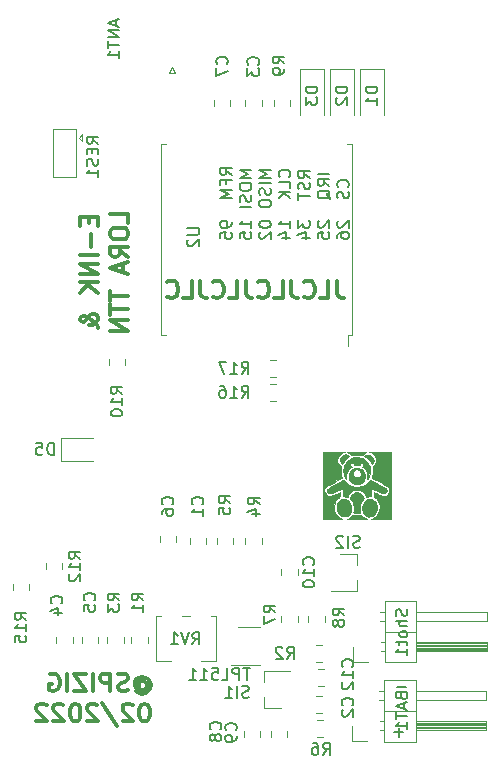
<source format=gbr>
G04 #@! TF.GenerationSoftware,KiCad,Pcbnew,(5.1.10)-1*
G04 #@! TF.CreationDate,2022-01-12T20:10:35+01:00*
G04 #@! TF.ProjectId,ttgot5,7474676f-7435-42e6-9b69-6361645f7063,rev?*
G04 #@! TF.SameCoordinates,Original*
G04 #@! TF.FileFunction,Legend,Bot*
G04 #@! TF.FilePolarity,Positive*
%FSLAX46Y46*%
G04 Gerber Fmt 4.6, Leading zero omitted, Abs format (unit mm)*
G04 Created by KiCad (PCBNEW (5.1.10)-1) date 2022-01-12 20:10:35*
%MOMM*%
%LPD*%
G01*
G04 APERTURE LIST*
%ADD10C,0.300000*%
%ADD11C,0.150000*%
%ADD12C,0.010000*%
%ADD13C,0.120000*%
G04 APERTURE END LIST*
D10*
X111686857Y-157359285D02*
X111758285Y-157287857D01*
X111901142Y-157216428D01*
X112044000Y-157216428D01*
X112186857Y-157287857D01*
X112258285Y-157359285D01*
X112329714Y-157502142D01*
X112329714Y-157645000D01*
X112258285Y-157787857D01*
X112186857Y-157859285D01*
X112044000Y-157930714D01*
X111901142Y-157930714D01*
X111758285Y-157859285D01*
X111686857Y-157787857D01*
X111686857Y-157216428D02*
X111686857Y-157787857D01*
X111615428Y-157859285D01*
X111544000Y-157859285D01*
X111401142Y-157787857D01*
X111329714Y-157645000D01*
X111329714Y-157287857D01*
X111472571Y-157073571D01*
X111686857Y-156930714D01*
X111972571Y-156859285D01*
X112258285Y-156930714D01*
X112472571Y-157073571D01*
X112615428Y-157287857D01*
X112686857Y-157573571D01*
X112615428Y-157859285D01*
X112472571Y-158073571D01*
X112258285Y-158216428D01*
X111972571Y-158287857D01*
X111686857Y-158216428D01*
X111472571Y-158073571D01*
X110758285Y-158002142D02*
X110544000Y-158073571D01*
X110186857Y-158073571D01*
X110044000Y-158002142D01*
X109972571Y-157930714D01*
X109901142Y-157787857D01*
X109901142Y-157645000D01*
X109972571Y-157502142D01*
X110044000Y-157430714D01*
X110186857Y-157359285D01*
X110472571Y-157287857D01*
X110615428Y-157216428D01*
X110686857Y-157145000D01*
X110758285Y-157002142D01*
X110758285Y-156859285D01*
X110686857Y-156716428D01*
X110615428Y-156645000D01*
X110472571Y-156573571D01*
X110115428Y-156573571D01*
X109901142Y-156645000D01*
X109258285Y-158073571D02*
X109258285Y-156573571D01*
X108686857Y-156573571D01*
X108544000Y-156645000D01*
X108472571Y-156716428D01*
X108401142Y-156859285D01*
X108401142Y-157073571D01*
X108472571Y-157216428D01*
X108544000Y-157287857D01*
X108686857Y-157359285D01*
X109258285Y-157359285D01*
X107758285Y-158073571D02*
X107758285Y-156573571D01*
X107186857Y-156573571D02*
X106186857Y-156573571D01*
X107186857Y-158073571D01*
X106186857Y-158073571D01*
X105615428Y-158073571D02*
X105615428Y-156573571D01*
X104115428Y-156645000D02*
X104258285Y-156573571D01*
X104472571Y-156573571D01*
X104686857Y-156645000D01*
X104829714Y-156787857D01*
X104901142Y-156930714D01*
X104972571Y-157216428D01*
X104972571Y-157430714D01*
X104901142Y-157716428D01*
X104829714Y-157859285D01*
X104686857Y-158002142D01*
X104472571Y-158073571D01*
X104329714Y-158073571D01*
X104115428Y-158002142D01*
X104044000Y-157930714D01*
X104044000Y-157430714D01*
X104329714Y-157430714D01*
X112222571Y-159123571D02*
X112079714Y-159123571D01*
X111936857Y-159195000D01*
X111865428Y-159266428D01*
X111794000Y-159409285D01*
X111722571Y-159695000D01*
X111722571Y-160052142D01*
X111794000Y-160337857D01*
X111865428Y-160480714D01*
X111936857Y-160552142D01*
X112079714Y-160623571D01*
X112222571Y-160623571D01*
X112365428Y-160552142D01*
X112436857Y-160480714D01*
X112508285Y-160337857D01*
X112579714Y-160052142D01*
X112579714Y-159695000D01*
X112508285Y-159409285D01*
X112436857Y-159266428D01*
X112365428Y-159195000D01*
X112222571Y-159123571D01*
X111151142Y-159266428D02*
X111079714Y-159195000D01*
X110936857Y-159123571D01*
X110579714Y-159123571D01*
X110436857Y-159195000D01*
X110365428Y-159266428D01*
X110294000Y-159409285D01*
X110294000Y-159552142D01*
X110365428Y-159766428D01*
X111222571Y-160623571D01*
X110294000Y-160623571D01*
X108579714Y-159052142D02*
X109865428Y-160980714D01*
X108151142Y-159266428D02*
X108079714Y-159195000D01*
X107936857Y-159123571D01*
X107579714Y-159123571D01*
X107436857Y-159195000D01*
X107365428Y-159266428D01*
X107294000Y-159409285D01*
X107294000Y-159552142D01*
X107365428Y-159766428D01*
X108222571Y-160623571D01*
X107294000Y-160623571D01*
X106365428Y-159123571D02*
X106222571Y-159123571D01*
X106079714Y-159195000D01*
X106008285Y-159266428D01*
X105936857Y-159409285D01*
X105865428Y-159695000D01*
X105865428Y-160052142D01*
X105936857Y-160337857D01*
X106008285Y-160480714D01*
X106079714Y-160552142D01*
X106222571Y-160623571D01*
X106365428Y-160623571D01*
X106508285Y-160552142D01*
X106579714Y-160480714D01*
X106651142Y-160337857D01*
X106722571Y-160052142D01*
X106722571Y-159695000D01*
X106651142Y-159409285D01*
X106579714Y-159266428D01*
X106508285Y-159195000D01*
X106365428Y-159123571D01*
X105294000Y-159266428D02*
X105222571Y-159195000D01*
X105079714Y-159123571D01*
X104722571Y-159123571D01*
X104579714Y-159195000D01*
X104508285Y-159266428D01*
X104436857Y-159409285D01*
X104436857Y-159552142D01*
X104508285Y-159766428D01*
X105365428Y-160623571D01*
X104436857Y-160623571D01*
X103865428Y-159266428D02*
X103794000Y-159195000D01*
X103651142Y-159123571D01*
X103294000Y-159123571D01*
X103151142Y-159195000D01*
X103079714Y-159266428D01*
X103008285Y-159409285D01*
X103008285Y-159552142D01*
X103079714Y-159766428D01*
X103936857Y-160623571D01*
X103008285Y-160623571D01*
X128438571Y-123304571D02*
X128438571Y-124376000D01*
X128510000Y-124590285D01*
X128652857Y-124733142D01*
X128867142Y-124804571D01*
X129010000Y-124804571D01*
X127010000Y-124804571D02*
X127724285Y-124804571D01*
X127724285Y-123304571D01*
X125652857Y-124661714D02*
X125724285Y-124733142D01*
X125938571Y-124804571D01*
X126081428Y-124804571D01*
X126295714Y-124733142D01*
X126438571Y-124590285D01*
X126510000Y-124447428D01*
X126581428Y-124161714D01*
X126581428Y-123947428D01*
X126510000Y-123661714D01*
X126438571Y-123518857D01*
X126295714Y-123376000D01*
X126081428Y-123304571D01*
X125938571Y-123304571D01*
X125724285Y-123376000D01*
X125652857Y-123447428D01*
X124581428Y-123304571D02*
X124581428Y-124376000D01*
X124652857Y-124590285D01*
X124795714Y-124733142D01*
X125010000Y-124804571D01*
X125152857Y-124804571D01*
X123152857Y-124804571D02*
X123867142Y-124804571D01*
X123867142Y-123304571D01*
X121795714Y-124661714D02*
X121867142Y-124733142D01*
X122081428Y-124804571D01*
X122224285Y-124804571D01*
X122438571Y-124733142D01*
X122581428Y-124590285D01*
X122652857Y-124447428D01*
X122724285Y-124161714D01*
X122724285Y-123947428D01*
X122652857Y-123661714D01*
X122581428Y-123518857D01*
X122438571Y-123376000D01*
X122224285Y-123304571D01*
X122081428Y-123304571D01*
X121867142Y-123376000D01*
X121795714Y-123447428D01*
X120724285Y-123304571D02*
X120724285Y-124376000D01*
X120795714Y-124590285D01*
X120938571Y-124733142D01*
X121152857Y-124804571D01*
X121295714Y-124804571D01*
X119295714Y-124804571D02*
X120010000Y-124804571D01*
X120010000Y-123304571D01*
X117938571Y-124661714D02*
X118010000Y-124733142D01*
X118224285Y-124804571D01*
X118367142Y-124804571D01*
X118581428Y-124733142D01*
X118724285Y-124590285D01*
X118795714Y-124447428D01*
X118867142Y-124161714D01*
X118867142Y-123947428D01*
X118795714Y-123661714D01*
X118724285Y-123518857D01*
X118581428Y-123376000D01*
X118367142Y-123304571D01*
X118224285Y-123304571D01*
X118010000Y-123376000D01*
X117938571Y-123447428D01*
X116867142Y-123304571D02*
X116867142Y-124376000D01*
X116938571Y-124590285D01*
X117081428Y-124733142D01*
X117295714Y-124804571D01*
X117438571Y-124804571D01*
X115438571Y-124804571D02*
X116152857Y-124804571D01*
X116152857Y-123304571D01*
X114081428Y-124661714D02*
X114152857Y-124733142D01*
X114367142Y-124804571D01*
X114510000Y-124804571D01*
X114724285Y-124733142D01*
X114867142Y-124590285D01*
X114938571Y-124447428D01*
X115010000Y-124161714D01*
X115010000Y-123947428D01*
X114938571Y-123661714D01*
X114867142Y-123518857D01*
X114724285Y-123376000D01*
X114510000Y-123304571D01*
X114367142Y-123304571D01*
X114152857Y-123376000D01*
X114081428Y-123447428D01*
D11*
X119552380Y-114345452D02*
X119076190Y-114012119D01*
X119552380Y-113774023D02*
X118552380Y-113774023D01*
X118552380Y-114154976D01*
X118600000Y-114250214D01*
X118647619Y-114297833D01*
X118742857Y-114345452D01*
X118885714Y-114345452D01*
X118980952Y-114297833D01*
X119028571Y-114250214D01*
X119076190Y-114154976D01*
X119076190Y-113774023D01*
X119028571Y-115107357D02*
X119028571Y-114774023D01*
X119552380Y-114774023D02*
X118552380Y-114774023D01*
X118552380Y-115250214D01*
X119552380Y-115631166D02*
X118552380Y-115631166D01*
X119266666Y-115964500D01*
X118552380Y-116297833D01*
X119552380Y-116297833D01*
X119552380Y-118345452D02*
X119552380Y-118535928D01*
X119504761Y-118631166D01*
X119457142Y-118678785D01*
X119314285Y-118774023D01*
X119123809Y-118821642D01*
X118742857Y-118821642D01*
X118647619Y-118774023D01*
X118600000Y-118726404D01*
X118552380Y-118631166D01*
X118552380Y-118440690D01*
X118600000Y-118345452D01*
X118647619Y-118297833D01*
X118742857Y-118250214D01*
X118980952Y-118250214D01*
X119076190Y-118297833D01*
X119123809Y-118345452D01*
X119171428Y-118440690D01*
X119171428Y-118631166D01*
X119123809Y-118726404D01*
X119076190Y-118774023D01*
X118980952Y-118821642D01*
X118552380Y-119726404D02*
X118552380Y-119250214D01*
X119028571Y-119202595D01*
X118980952Y-119250214D01*
X118933333Y-119345452D01*
X118933333Y-119583547D01*
X118980952Y-119678785D01*
X119028571Y-119726404D01*
X119123809Y-119774023D01*
X119361904Y-119774023D01*
X119457142Y-119726404D01*
X119504761Y-119678785D01*
X119552380Y-119583547D01*
X119552380Y-119345452D01*
X119504761Y-119250214D01*
X119457142Y-119202595D01*
X121202380Y-113916880D02*
X120202380Y-113916880D01*
X120916666Y-114250214D01*
X120202380Y-114583547D01*
X121202380Y-114583547D01*
X120202380Y-115250214D02*
X120202380Y-115440690D01*
X120250000Y-115535928D01*
X120345238Y-115631166D01*
X120535714Y-115678785D01*
X120869047Y-115678785D01*
X121059523Y-115631166D01*
X121154761Y-115535928D01*
X121202380Y-115440690D01*
X121202380Y-115250214D01*
X121154761Y-115154976D01*
X121059523Y-115059738D01*
X120869047Y-115012119D01*
X120535714Y-115012119D01*
X120345238Y-115059738D01*
X120250000Y-115154976D01*
X120202380Y-115250214D01*
X121154761Y-116059738D02*
X121202380Y-116202595D01*
X121202380Y-116440690D01*
X121154761Y-116535928D01*
X121107142Y-116583547D01*
X121011904Y-116631166D01*
X120916666Y-116631166D01*
X120821428Y-116583547D01*
X120773809Y-116535928D01*
X120726190Y-116440690D01*
X120678571Y-116250214D01*
X120630952Y-116154976D01*
X120583333Y-116107357D01*
X120488095Y-116059738D01*
X120392857Y-116059738D01*
X120297619Y-116107357D01*
X120250000Y-116154976D01*
X120202380Y-116250214D01*
X120202380Y-116488309D01*
X120250000Y-116631166D01*
X121202380Y-117059738D02*
X120202380Y-117059738D01*
X121202380Y-118821642D02*
X121202380Y-118250214D01*
X121202380Y-118535928D02*
X120202380Y-118535928D01*
X120345238Y-118440690D01*
X120440476Y-118345452D01*
X120488095Y-118250214D01*
X120202380Y-119726404D02*
X120202380Y-119250214D01*
X120678571Y-119202595D01*
X120630952Y-119250214D01*
X120583333Y-119345452D01*
X120583333Y-119583547D01*
X120630952Y-119678785D01*
X120678571Y-119726404D01*
X120773809Y-119774023D01*
X121011904Y-119774023D01*
X121107142Y-119726404D01*
X121154761Y-119678785D01*
X121202380Y-119583547D01*
X121202380Y-119345452D01*
X121154761Y-119250214D01*
X121107142Y-119202595D01*
X122852380Y-113916880D02*
X121852380Y-113916880D01*
X122566666Y-114250214D01*
X121852380Y-114583547D01*
X122852380Y-114583547D01*
X122852380Y-115059738D02*
X121852380Y-115059738D01*
X122804761Y-115488309D02*
X122852380Y-115631166D01*
X122852380Y-115869261D01*
X122804761Y-115964500D01*
X122757142Y-116012119D01*
X122661904Y-116059738D01*
X122566666Y-116059738D01*
X122471428Y-116012119D01*
X122423809Y-115964500D01*
X122376190Y-115869261D01*
X122328571Y-115678785D01*
X122280952Y-115583547D01*
X122233333Y-115535928D01*
X122138095Y-115488309D01*
X122042857Y-115488309D01*
X121947619Y-115535928D01*
X121900000Y-115583547D01*
X121852380Y-115678785D01*
X121852380Y-115916880D01*
X121900000Y-116059738D01*
X121852380Y-116678785D02*
X121852380Y-116869261D01*
X121900000Y-116964500D01*
X121995238Y-117059738D01*
X122185714Y-117107357D01*
X122519047Y-117107357D01*
X122709523Y-117059738D01*
X122804761Y-116964500D01*
X122852380Y-116869261D01*
X122852380Y-116678785D01*
X122804761Y-116583547D01*
X122709523Y-116488309D01*
X122519047Y-116440690D01*
X122185714Y-116440690D01*
X121995238Y-116488309D01*
X121900000Y-116583547D01*
X121852380Y-116678785D01*
X121852380Y-118488309D02*
X121852380Y-118583547D01*
X121900000Y-118678785D01*
X121947619Y-118726404D01*
X122042857Y-118774023D01*
X122233333Y-118821642D01*
X122471428Y-118821642D01*
X122661904Y-118774023D01*
X122757142Y-118726404D01*
X122804761Y-118678785D01*
X122852380Y-118583547D01*
X122852380Y-118488309D01*
X122804761Y-118393071D01*
X122757142Y-118345452D01*
X122661904Y-118297833D01*
X122471428Y-118250214D01*
X122233333Y-118250214D01*
X122042857Y-118297833D01*
X121947619Y-118345452D01*
X121900000Y-118393071D01*
X121852380Y-118488309D01*
X121947619Y-119202595D02*
X121900000Y-119250214D01*
X121852380Y-119345452D01*
X121852380Y-119583547D01*
X121900000Y-119678785D01*
X121947619Y-119726404D01*
X122042857Y-119774023D01*
X122138095Y-119774023D01*
X122280952Y-119726404D01*
X122852380Y-119154976D01*
X122852380Y-119774023D01*
X124407142Y-114535928D02*
X124454761Y-114488309D01*
X124502380Y-114345452D01*
X124502380Y-114250214D01*
X124454761Y-114107357D01*
X124359523Y-114012119D01*
X124264285Y-113964500D01*
X124073809Y-113916880D01*
X123930952Y-113916880D01*
X123740476Y-113964500D01*
X123645238Y-114012119D01*
X123550000Y-114107357D01*
X123502380Y-114250214D01*
X123502380Y-114345452D01*
X123550000Y-114488309D01*
X123597619Y-114535928D01*
X124502380Y-115440690D02*
X124502380Y-114964500D01*
X123502380Y-114964500D01*
X124502380Y-115774023D02*
X123502380Y-115774023D01*
X124502380Y-116345452D02*
X123930952Y-115916880D01*
X123502380Y-116345452D02*
X124073809Y-115774023D01*
X124502380Y-118821642D02*
X124502380Y-118250214D01*
X124502380Y-118535928D02*
X123502380Y-118535928D01*
X123645238Y-118440690D01*
X123740476Y-118345452D01*
X123788095Y-118250214D01*
X123835714Y-119678785D02*
X124502380Y-119678785D01*
X123454761Y-119440690D02*
X124169047Y-119202595D01*
X124169047Y-119821642D01*
X126152380Y-114631166D02*
X125676190Y-114297833D01*
X126152380Y-114059738D02*
X125152380Y-114059738D01*
X125152380Y-114440690D01*
X125200000Y-114535928D01*
X125247619Y-114583547D01*
X125342857Y-114631166D01*
X125485714Y-114631166D01*
X125580952Y-114583547D01*
X125628571Y-114535928D01*
X125676190Y-114440690D01*
X125676190Y-114059738D01*
X126104761Y-115012119D02*
X126152380Y-115154976D01*
X126152380Y-115393071D01*
X126104761Y-115488309D01*
X126057142Y-115535928D01*
X125961904Y-115583547D01*
X125866666Y-115583547D01*
X125771428Y-115535928D01*
X125723809Y-115488309D01*
X125676190Y-115393071D01*
X125628571Y-115202595D01*
X125580952Y-115107357D01*
X125533333Y-115059738D01*
X125438095Y-115012119D01*
X125342857Y-115012119D01*
X125247619Y-115059738D01*
X125200000Y-115107357D01*
X125152380Y-115202595D01*
X125152380Y-115440690D01*
X125200000Y-115583547D01*
X125152380Y-115869261D02*
X125152380Y-116440690D01*
X126152380Y-116154976D02*
X125152380Y-116154976D01*
X125152380Y-118202595D02*
X125152380Y-118821642D01*
X125533333Y-118488309D01*
X125533333Y-118631166D01*
X125580952Y-118726404D01*
X125628571Y-118774023D01*
X125723809Y-118821642D01*
X125961904Y-118821642D01*
X126057142Y-118774023D01*
X126104761Y-118726404D01*
X126152380Y-118631166D01*
X126152380Y-118345452D01*
X126104761Y-118250214D01*
X126057142Y-118202595D01*
X125485714Y-119678785D02*
X126152380Y-119678785D01*
X125104761Y-119440690D02*
X125819047Y-119202595D01*
X125819047Y-119821642D01*
X127802380Y-114250214D02*
X126802380Y-114250214D01*
X127802380Y-115297833D02*
X127326190Y-114964500D01*
X127802380Y-114726404D02*
X126802380Y-114726404D01*
X126802380Y-115107357D01*
X126850000Y-115202595D01*
X126897619Y-115250214D01*
X126992857Y-115297833D01*
X127135714Y-115297833D01*
X127230952Y-115250214D01*
X127278571Y-115202595D01*
X127326190Y-115107357D01*
X127326190Y-114726404D01*
X127897619Y-116393071D02*
X127850000Y-116297833D01*
X127754761Y-116202595D01*
X127611904Y-116059738D01*
X127564285Y-115964500D01*
X127564285Y-115869261D01*
X127802380Y-115916880D02*
X127754761Y-115821642D01*
X127659523Y-115726404D01*
X127469047Y-115678785D01*
X127135714Y-115678785D01*
X126945238Y-115726404D01*
X126850000Y-115821642D01*
X126802380Y-115916880D01*
X126802380Y-116107357D01*
X126850000Y-116202595D01*
X126945238Y-116297833D01*
X127135714Y-116345452D01*
X127469047Y-116345452D01*
X127659523Y-116297833D01*
X127754761Y-116202595D01*
X127802380Y-116107357D01*
X127802380Y-115916880D01*
X126897619Y-118250214D02*
X126850000Y-118297833D01*
X126802380Y-118393071D01*
X126802380Y-118631166D01*
X126850000Y-118726404D01*
X126897619Y-118774023D01*
X126992857Y-118821642D01*
X127088095Y-118821642D01*
X127230952Y-118774023D01*
X127802380Y-118202595D01*
X127802380Y-118821642D01*
X126802380Y-119726404D02*
X126802380Y-119250214D01*
X127278571Y-119202595D01*
X127230952Y-119250214D01*
X127183333Y-119345452D01*
X127183333Y-119583547D01*
X127230952Y-119678785D01*
X127278571Y-119726404D01*
X127373809Y-119774023D01*
X127611904Y-119774023D01*
X127707142Y-119726404D01*
X127754761Y-119678785D01*
X127802380Y-119583547D01*
X127802380Y-119345452D01*
X127754761Y-119250214D01*
X127707142Y-119202595D01*
X129357142Y-115393071D02*
X129404761Y-115345452D01*
X129452380Y-115202595D01*
X129452380Y-115107357D01*
X129404761Y-114964500D01*
X129309523Y-114869261D01*
X129214285Y-114821642D01*
X129023809Y-114774023D01*
X128880952Y-114774023D01*
X128690476Y-114821642D01*
X128595238Y-114869261D01*
X128500000Y-114964500D01*
X128452380Y-115107357D01*
X128452380Y-115202595D01*
X128500000Y-115345452D01*
X128547619Y-115393071D01*
X129404761Y-115774023D02*
X129452380Y-115916880D01*
X129452380Y-116154976D01*
X129404761Y-116250214D01*
X129357142Y-116297833D01*
X129261904Y-116345452D01*
X129166666Y-116345452D01*
X129071428Y-116297833D01*
X129023809Y-116250214D01*
X128976190Y-116154976D01*
X128928571Y-115964500D01*
X128880952Y-115869261D01*
X128833333Y-115821642D01*
X128738095Y-115774023D01*
X128642857Y-115774023D01*
X128547619Y-115821642D01*
X128500000Y-115869261D01*
X128452380Y-115964500D01*
X128452380Y-116202595D01*
X128500000Y-116345452D01*
X128547619Y-118250214D02*
X128500000Y-118297833D01*
X128452380Y-118393071D01*
X128452380Y-118631166D01*
X128500000Y-118726404D01*
X128547619Y-118774023D01*
X128642857Y-118821642D01*
X128738095Y-118821642D01*
X128880952Y-118774023D01*
X129452380Y-118202595D01*
X129452380Y-118821642D01*
X128452380Y-119678785D02*
X128452380Y-119488309D01*
X128500000Y-119393071D01*
X128547619Y-119345452D01*
X128690476Y-119250214D01*
X128880952Y-119202595D01*
X129261904Y-119202595D01*
X129357142Y-119250214D01*
X129404761Y-119297833D01*
X129452380Y-119393071D01*
X129452380Y-119583547D01*
X129404761Y-119678785D01*
X129357142Y-119726404D01*
X129261904Y-119774023D01*
X129023809Y-119774023D01*
X128928571Y-119726404D01*
X128880952Y-119678785D01*
X128833333Y-119583547D01*
X128833333Y-119393071D01*
X128880952Y-119297833D01*
X128928571Y-119250214D01*
X129023809Y-119202595D01*
X134336952Y-157725428D02*
X133575047Y-157725428D01*
X134082952Y-161535428D02*
X133321047Y-161535428D01*
X133702000Y-161916380D02*
X133702000Y-161154476D01*
D10*
X107427857Y-117959142D02*
X107427857Y-118459142D01*
X108213571Y-118673428D02*
X108213571Y-117959142D01*
X106713571Y-117959142D01*
X106713571Y-118673428D01*
X107642142Y-119316285D02*
X107642142Y-120459142D01*
X108213571Y-121173428D02*
X106713571Y-121173428D01*
X108213571Y-121887714D02*
X106713571Y-121887714D01*
X108213571Y-122744857D01*
X106713571Y-122744857D01*
X108213571Y-123459142D02*
X106713571Y-123459142D01*
X108213571Y-124316285D02*
X107356428Y-123673428D01*
X106713571Y-124316285D02*
X107570714Y-123459142D01*
X108213571Y-127316285D02*
X108213571Y-127244857D01*
X108142142Y-127102000D01*
X107927857Y-126887714D01*
X107499285Y-126530571D01*
X107285000Y-126387714D01*
X107070714Y-126316285D01*
X106927857Y-126316285D01*
X106785000Y-126387714D01*
X106713571Y-126530571D01*
X106713571Y-126602000D01*
X106785000Y-126744857D01*
X106927857Y-126816285D01*
X106999285Y-126816285D01*
X107142142Y-126744857D01*
X107213571Y-126673428D01*
X107499285Y-126244857D01*
X107570714Y-126173428D01*
X107713571Y-126102000D01*
X107927857Y-126102000D01*
X108070714Y-126173428D01*
X108142142Y-126244857D01*
X108213571Y-126387714D01*
X108213571Y-126602000D01*
X108142142Y-126744857D01*
X108070714Y-126816285D01*
X107785000Y-127030571D01*
X107570714Y-127102000D01*
X107427857Y-127102000D01*
X110763571Y-118387714D02*
X110763571Y-117673428D01*
X109263571Y-117673428D01*
X109263571Y-119173428D02*
X109263571Y-119459142D01*
X109335000Y-119602000D01*
X109477857Y-119744857D01*
X109763571Y-119816285D01*
X110263571Y-119816285D01*
X110549285Y-119744857D01*
X110692142Y-119602000D01*
X110763571Y-119459142D01*
X110763571Y-119173428D01*
X110692142Y-119030571D01*
X110549285Y-118887714D01*
X110263571Y-118816285D01*
X109763571Y-118816285D01*
X109477857Y-118887714D01*
X109335000Y-119030571D01*
X109263571Y-119173428D01*
X110763571Y-121316285D02*
X110049285Y-120816285D01*
X110763571Y-120459142D02*
X109263571Y-120459142D01*
X109263571Y-121030571D01*
X109335000Y-121173428D01*
X109406428Y-121244857D01*
X109549285Y-121316285D01*
X109763571Y-121316285D01*
X109906428Y-121244857D01*
X109977857Y-121173428D01*
X110049285Y-121030571D01*
X110049285Y-120459142D01*
X110335000Y-121887714D02*
X110335000Y-122602000D01*
X110763571Y-121744857D02*
X109263571Y-122244857D01*
X110763571Y-122744857D01*
X109263571Y-124173428D02*
X109263571Y-125030571D01*
X110763571Y-124602000D02*
X109263571Y-124602000D01*
X109263571Y-125316285D02*
X109263571Y-126173428D01*
X110763571Y-125744857D02*
X109263571Y-125744857D01*
X110763571Y-126673428D02*
X109263571Y-126673428D01*
X110763571Y-127530571D01*
X109263571Y-127530571D01*
D12*
G36*
X131174700Y-137791696D02*
G01*
X131308612Y-137854039D01*
X131436331Y-137932311D01*
X131556250Y-138039824D01*
X131660188Y-138165643D01*
X131739961Y-138298834D01*
X131787390Y-138428463D01*
X131797000Y-138506755D01*
X131772022Y-138647811D01*
X131698427Y-138788969D01*
X131604292Y-138900825D01*
X131473362Y-139032551D01*
X131485796Y-139319925D01*
X131490255Y-139452817D01*
X131489053Y-139550953D01*
X131480519Y-139630220D01*
X131462979Y-139706506D01*
X131436130Y-139791637D01*
X131374030Y-139975975D01*
X131604565Y-140099223D01*
X131707288Y-140153921D01*
X131841377Y-140225000D01*
X131993207Y-140305254D01*
X132149151Y-140387477D01*
X132240597Y-140435586D01*
X132379063Y-140510576D01*
X132508359Y-140584675D01*
X132618913Y-140652089D01*
X132701152Y-140707023D01*
X132739608Y-140737600D01*
X132827039Y-140851201D01*
X132871525Y-140977197D01*
X132876477Y-141107207D01*
X132845309Y-141232850D01*
X132781431Y-141345747D01*
X132688258Y-141437517D01*
X132569200Y-141499780D01*
X132427671Y-141524156D01*
X132419300Y-141524231D01*
X132351635Y-141518710D01*
X132268985Y-141500355D01*
X132162790Y-141466580D01*
X132024493Y-141414801D01*
X131924000Y-141374608D01*
X131797860Y-141323858D01*
X131689519Y-141281254D01*
X131607097Y-141249913D01*
X131558719Y-141232947D01*
X131549427Y-141230948D01*
X131549455Y-141257095D01*
X131555110Y-141321153D01*
X131565240Y-141410685D01*
X131568535Y-141437162D01*
X131586344Y-141550340D01*
X131606670Y-141620874D01*
X131632058Y-141656921D01*
X131638308Y-141660893D01*
X131677639Y-141690163D01*
X131738957Y-141744783D01*
X131809332Y-141813205D01*
X131812748Y-141816671D01*
X131937740Y-141978747D01*
X132022079Y-142165298D01*
X132064838Y-142369138D01*
X132065095Y-142583084D01*
X132021923Y-142799951D01*
X131960088Y-142961046D01*
X131845108Y-143149387D01*
X131695071Y-143302850D01*
X131514319Y-143417610D01*
X131383335Y-143469350D01*
X131359463Y-143478396D01*
X131354424Y-143485710D01*
X131372329Y-143491485D01*
X131417287Y-143495914D01*
X131493408Y-143499190D01*
X131604804Y-143501504D01*
X131755583Y-143503051D01*
X131949857Y-143504021D01*
X132133550Y-143504500D01*
X132990800Y-143506200D01*
X132990800Y-137791200D01*
X131174700Y-137791696D01*
G37*
X131174700Y-137791696D02*
X131308612Y-137854039D01*
X131436331Y-137932311D01*
X131556250Y-138039824D01*
X131660188Y-138165643D01*
X131739961Y-138298834D01*
X131787390Y-138428463D01*
X131797000Y-138506755D01*
X131772022Y-138647811D01*
X131698427Y-138788969D01*
X131604292Y-138900825D01*
X131473362Y-139032551D01*
X131485796Y-139319925D01*
X131490255Y-139452817D01*
X131489053Y-139550953D01*
X131480519Y-139630220D01*
X131462979Y-139706506D01*
X131436130Y-139791637D01*
X131374030Y-139975975D01*
X131604565Y-140099223D01*
X131707288Y-140153921D01*
X131841377Y-140225000D01*
X131993207Y-140305254D01*
X132149151Y-140387477D01*
X132240597Y-140435586D01*
X132379063Y-140510576D01*
X132508359Y-140584675D01*
X132618913Y-140652089D01*
X132701152Y-140707023D01*
X132739608Y-140737600D01*
X132827039Y-140851201D01*
X132871525Y-140977197D01*
X132876477Y-141107207D01*
X132845309Y-141232850D01*
X132781431Y-141345747D01*
X132688258Y-141437517D01*
X132569200Y-141499780D01*
X132427671Y-141524156D01*
X132419300Y-141524231D01*
X132351635Y-141518710D01*
X132268985Y-141500355D01*
X132162790Y-141466580D01*
X132024493Y-141414801D01*
X131924000Y-141374608D01*
X131797860Y-141323858D01*
X131689519Y-141281254D01*
X131607097Y-141249913D01*
X131558719Y-141232947D01*
X131549427Y-141230948D01*
X131549455Y-141257095D01*
X131555110Y-141321153D01*
X131565240Y-141410685D01*
X131568535Y-141437162D01*
X131586344Y-141550340D01*
X131606670Y-141620874D01*
X131632058Y-141656921D01*
X131638308Y-141660893D01*
X131677639Y-141690163D01*
X131738957Y-141744783D01*
X131809332Y-141813205D01*
X131812748Y-141816671D01*
X131937740Y-141978747D01*
X132022079Y-142165298D01*
X132064838Y-142369138D01*
X132065095Y-142583084D01*
X132021923Y-142799951D01*
X131960088Y-142961046D01*
X131845108Y-143149387D01*
X131695071Y-143302850D01*
X131514319Y-143417610D01*
X131383335Y-143469350D01*
X131359463Y-143478396D01*
X131354424Y-143485710D01*
X131372329Y-143491485D01*
X131417287Y-143495914D01*
X131493408Y-143499190D01*
X131604804Y-143501504D01*
X131755583Y-143503051D01*
X131949857Y-143504021D01*
X132133550Y-143504500D01*
X132990800Y-143506200D01*
X132990800Y-137791200D01*
X131174700Y-137791696D01*
G36*
X129660781Y-143239399D02*
G01*
X129518009Y-143364985D01*
X129359775Y-143452818D01*
X129269700Y-143482366D01*
X129276635Y-143486550D01*
X129329368Y-143490406D01*
X129422897Y-143493826D01*
X129552222Y-143496702D01*
X129712341Y-143498927D01*
X129898253Y-143500393D01*
X130104956Y-143500991D01*
X130133300Y-143501000D01*
X130342356Y-143500523D01*
X130531275Y-143499165D01*
X130695056Y-143497033D01*
X130828698Y-143494236D01*
X130927199Y-143490881D01*
X130985559Y-143487076D01*
X130998776Y-143482929D01*
X130996900Y-143482366D01*
X130835785Y-143419155D01*
X130682759Y-143313612D01*
X130605820Y-143239399D01*
X130496423Y-143120717D01*
X129770178Y-143120717D01*
X129660781Y-143239399D01*
G37*
X129660781Y-143239399D02*
X129518009Y-143364985D01*
X129359775Y-143452818D01*
X129269700Y-143482366D01*
X129276635Y-143486550D01*
X129329368Y-143490406D01*
X129422897Y-143493826D01*
X129552222Y-143496702D01*
X129712341Y-143498927D01*
X129898253Y-143500393D01*
X130104956Y-143500991D01*
X130133300Y-143501000D01*
X130342356Y-143500523D01*
X130531275Y-143499165D01*
X130695056Y-143497033D01*
X130828698Y-143494236D01*
X130927199Y-143490881D01*
X130985559Y-143487076D01*
X130998776Y-143482929D01*
X130996900Y-143482366D01*
X130835785Y-143419155D01*
X130682759Y-143313612D01*
X130605820Y-143239399D01*
X130496423Y-143120717D01*
X129770178Y-143120717D01*
X129660781Y-143239399D01*
G36*
X127275800Y-143506200D02*
G01*
X128133050Y-143504500D01*
X128363974Y-143503845D01*
X128548208Y-143502763D01*
X128689863Y-143501062D01*
X128793049Y-143498551D01*
X128861876Y-143495035D01*
X128900455Y-143490323D01*
X128912895Y-143484221D01*
X128903308Y-143476538D01*
X128883266Y-143469350D01*
X128694452Y-143385816D01*
X128533080Y-143266017D01*
X128400937Y-143116824D01*
X128299806Y-142945106D01*
X128231474Y-142757736D01*
X128197725Y-142561584D01*
X128200345Y-142363520D01*
X128241118Y-142170416D01*
X128321831Y-141989142D01*
X128444268Y-141826569D01*
X128453853Y-141816671D01*
X128524698Y-141747636D01*
X128587503Y-141691655D01*
X128629136Y-141660407D01*
X128630283Y-141659780D01*
X128657496Y-141631745D01*
X128678283Y-141574811D01*
X128695633Y-141479607D01*
X128701233Y-141437226D01*
X128711897Y-141343399D01*
X128718196Y-141271617D01*
X128719079Y-141234493D01*
X128718351Y-141232125D01*
X128693553Y-141238708D01*
X128629948Y-141261577D01*
X128535688Y-141297640D01*
X128418927Y-141343807D01*
X128342600Y-141374608D01*
X128181262Y-141438265D01*
X128057095Y-141482387D01*
X127961540Y-141509558D01*
X127886037Y-141522365D01*
X127847300Y-141524231D01*
X127704567Y-141502174D01*
X127584151Y-141441750D01*
X127489466Y-141351342D01*
X127423921Y-141239330D01*
X127390930Y-141114096D01*
X127393904Y-140984019D01*
X127436255Y-140857482D01*
X127521395Y-140742865D01*
X127527008Y-140737434D01*
X127574369Y-140701831D01*
X127660189Y-140646944D01*
X127777742Y-140576703D01*
X127920300Y-140495035D01*
X128081135Y-140405866D01*
X128253520Y-140313126D01*
X128256368Y-140311618D01*
X128892199Y-139974867D01*
X128830285Y-139791083D01*
X128802607Y-139702913D01*
X128785519Y-139626864D01*
X128777353Y-139547064D01*
X128776442Y-139447638D01*
X128780805Y-139319925D01*
X128793239Y-139032551D01*
X128662309Y-138900825D01*
X128550715Y-138762605D01*
X128486109Y-138621154D01*
X128469600Y-138506755D01*
X128491200Y-138385467D01*
X128550544Y-138253400D01*
X128639451Y-138121489D01*
X128749740Y-138000667D01*
X128873229Y-137901870D01*
X128957989Y-137854039D01*
X129091900Y-137791696D01*
X127275800Y-137791200D01*
X127275800Y-143506200D01*
G37*
X127275800Y-143506200D02*
X128133050Y-143504500D01*
X128363974Y-143503845D01*
X128548208Y-143502763D01*
X128689863Y-143501062D01*
X128793049Y-143498551D01*
X128861876Y-143495035D01*
X128900455Y-143490323D01*
X128912895Y-143484221D01*
X128903308Y-143476538D01*
X128883266Y-143469350D01*
X128694452Y-143385816D01*
X128533080Y-143266017D01*
X128400937Y-143116824D01*
X128299806Y-142945106D01*
X128231474Y-142757736D01*
X128197725Y-142561584D01*
X128200345Y-142363520D01*
X128241118Y-142170416D01*
X128321831Y-141989142D01*
X128444268Y-141826569D01*
X128453853Y-141816671D01*
X128524698Y-141747636D01*
X128587503Y-141691655D01*
X128629136Y-141660407D01*
X128630283Y-141659780D01*
X128657496Y-141631745D01*
X128678283Y-141574811D01*
X128695633Y-141479607D01*
X128701233Y-141437226D01*
X128711897Y-141343399D01*
X128718196Y-141271617D01*
X128719079Y-141234493D01*
X128718351Y-141232125D01*
X128693553Y-141238708D01*
X128629948Y-141261577D01*
X128535688Y-141297640D01*
X128418927Y-141343807D01*
X128342600Y-141374608D01*
X128181262Y-141438265D01*
X128057095Y-141482387D01*
X127961540Y-141509558D01*
X127886037Y-141522365D01*
X127847300Y-141524231D01*
X127704567Y-141502174D01*
X127584151Y-141441750D01*
X127489466Y-141351342D01*
X127423921Y-141239330D01*
X127390930Y-141114096D01*
X127393904Y-140984019D01*
X127436255Y-140857482D01*
X127521395Y-140742865D01*
X127527008Y-140737434D01*
X127574369Y-140701831D01*
X127660189Y-140646944D01*
X127777742Y-140576703D01*
X127920300Y-140495035D01*
X128081135Y-140405866D01*
X128253520Y-140313126D01*
X128256368Y-140311618D01*
X128892199Y-139974867D01*
X128830285Y-139791083D01*
X128802607Y-139702913D01*
X128785519Y-139626864D01*
X128777353Y-139547064D01*
X128776442Y-139447638D01*
X128780805Y-139319925D01*
X128793239Y-139032551D01*
X128662309Y-138900825D01*
X128550715Y-138762605D01*
X128486109Y-138621154D01*
X128469600Y-138506755D01*
X128491200Y-138385467D01*
X128550544Y-138253400D01*
X128639451Y-138121489D01*
X128749740Y-138000667D01*
X128873229Y-137901870D01*
X128957989Y-137854039D01*
X129091900Y-137791696D01*
X127275800Y-137791200D01*
X127275800Y-143506200D01*
G36*
X131079502Y-141828165D02*
G01*
X130937201Y-141903973D01*
X130828144Y-141999097D01*
X130718232Y-142143291D01*
X130644059Y-142301329D01*
X130603882Y-142466646D01*
X130595957Y-142632675D01*
X130618540Y-142792849D01*
X130669889Y-142940601D01*
X130748259Y-143069365D01*
X130851907Y-143172575D01*
X130979089Y-143243663D01*
X131128062Y-143276063D01*
X131167535Y-143277351D01*
X131257040Y-143265634D01*
X131359008Y-143236087D01*
X131403300Y-143217837D01*
X131558160Y-143118461D01*
X131684452Y-142981754D01*
X131777218Y-142815370D01*
X131831496Y-142626959D01*
X131841745Y-142541409D01*
X131835621Y-142352083D01*
X131792756Y-142185349D01*
X131718783Y-142044220D01*
X131619337Y-141931711D01*
X131500052Y-141850837D01*
X131366561Y-141804612D01*
X131224500Y-141796050D01*
X131079502Y-141828165D01*
G37*
X131079502Y-141828165D02*
X130937201Y-141903973D01*
X130828144Y-141999097D01*
X130718232Y-142143291D01*
X130644059Y-142301329D01*
X130603882Y-142466646D01*
X130595957Y-142632675D01*
X130618540Y-142792849D01*
X130669889Y-142940601D01*
X130748259Y-143069365D01*
X130851907Y-143172575D01*
X130979089Y-143243663D01*
X131128062Y-143276063D01*
X131167535Y-143277351D01*
X131257040Y-143265634D01*
X131359008Y-143236087D01*
X131403300Y-143217837D01*
X131558160Y-143118461D01*
X131684452Y-142981754D01*
X131777218Y-142815370D01*
X131831496Y-142626959D01*
X131841745Y-142541409D01*
X131835621Y-142352083D01*
X131792756Y-142185349D01*
X131718783Y-142044220D01*
X131619337Y-141931711D01*
X131500052Y-141850837D01*
X131366561Y-141804612D01*
X131224500Y-141796050D01*
X131079502Y-141828165D01*
G36*
X128856387Y-141814793D02*
G01*
X128718575Y-141876031D01*
X128598767Y-141979281D01*
X128543204Y-142053885D01*
X128466553Y-142201935D01*
X128428251Y-142351767D01*
X128423648Y-142522533D01*
X128424856Y-142541409D01*
X128457231Y-142722535D01*
X128523703Y-142885619D01*
X128618339Y-143026168D01*
X128735206Y-143139693D01*
X128868371Y-143221702D01*
X129011903Y-143267705D01*
X129159868Y-143273211D01*
X129306334Y-143233730D01*
X129326809Y-143224146D01*
X129460823Y-143131316D01*
X129562794Y-143006382D01*
X129632003Y-142857232D01*
X129667731Y-142691754D01*
X129669260Y-142517836D01*
X129635869Y-142343368D01*
X129566841Y-142176237D01*
X129461456Y-142024333D01*
X129438457Y-141999097D01*
X129303239Y-141887720D01*
X129156181Y-141820181D01*
X129004743Y-141796024D01*
X128856387Y-141814793D01*
G37*
X128856387Y-141814793D02*
X128718575Y-141876031D01*
X128598767Y-141979281D01*
X128543204Y-142053885D01*
X128466553Y-142201935D01*
X128428251Y-142351767D01*
X128423648Y-142522533D01*
X128424856Y-142541409D01*
X128457231Y-142722535D01*
X128523703Y-142885619D01*
X128618339Y-143026168D01*
X128735206Y-143139693D01*
X128868371Y-143221702D01*
X129011903Y-143267705D01*
X129159868Y-143273211D01*
X129306334Y-143233730D01*
X129326809Y-143224146D01*
X129460823Y-143131316D01*
X129562794Y-143006382D01*
X129632003Y-142857232D01*
X129667731Y-142691754D01*
X129669260Y-142517836D01*
X129635869Y-142343368D01*
X129566841Y-142176237D01*
X129461456Y-142024333D01*
X129438457Y-141999097D01*
X129303239Y-141887720D01*
X129156181Y-141820181D01*
X129004743Y-141796024D01*
X128856387Y-141814793D01*
G36*
X130051957Y-141231731D02*
G01*
X129910486Y-141269797D01*
X129781582Y-141343859D01*
X129673315Y-141453916D01*
X129601188Y-141581334D01*
X129569210Y-141678314D01*
X129569708Y-141755518D01*
X129605688Y-141831945D01*
X129650150Y-141890968D01*
X129766357Y-142062318D01*
X129841843Y-142247259D01*
X129880832Y-142457286D01*
X129886371Y-142533261D01*
X129888835Y-142662426D01*
X129883391Y-142770903D01*
X129870802Y-142844428D01*
X129869455Y-142848529D01*
X129852027Y-142904837D01*
X129846919Y-142934940D01*
X129847436Y-142935971D01*
X129878090Y-142942635D01*
X129945458Y-142948760D01*
X130035458Y-142953776D01*
X130134004Y-142957111D01*
X130227012Y-142958193D01*
X130300397Y-142956452D01*
X130318680Y-142955086D01*
X130385844Y-142945958D01*
X130413281Y-142930917D01*
X130412009Y-142901737D01*
X130407580Y-142888729D01*
X130399170Y-142840642D01*
X130392683Y-142755381D01*
X130388931Y-142646562D01*
X130388353Y-142566400D01*
X130390380Y-142438782D01*
X130397036Y-142346256D01*
X130410964Y-142273153D01*
X130434811Y-142203802D01*
X130458754Y-142149243D01*
X130512115Y-142047632D01*
X130575681Y-141946155D01*
X130616451Y-141890968D01*
X130677407Y-141804695D01*
X130700905Y-141730141D01*
X130689951Y-141648307D01*
X130665413Y-141581334D01*
X130582139Y-141439422D01*
X130471087Y-141333506D01*
X130340326Y-141263585D01*
X130197927Y-141229660D01*
X130051957Y-141231731D01*
G37*
X130051957Y-141231731D02*
X129910486Y-141269797D01*
X129781582Y-141343859D01*
X129673315Y-141453916D01*
X129601188Y-141581334D01*
X129569210Y-141678314D01*
X129569708Y-141755518D01*
X129605688Y-141831945D01*
X129650150Y-141890968D01*
X129766357Y-142062318D01*
X129841843Y-142247259D01*
X129880832Y-142457286D01*
X129886371Y-142533261D01*
X129888835Y-142662426D01*
X129883391Y-142770903D01*
X129870802Y-142844428D01*
X129869455Y-142848529D01*
X129852027Y-142904837D01*
X129846919Y-142934940D01*
X129847436Y-142935971D01*
X129878090Y-142942635D01*
X129945458Y-142948760D01*
X130035458Y-142953776D01*
X130134004Y-142957111D01*
X130227012Y-142958193D01*
X130300397Y-142956452D01*
X130318680Y-142955086D01*
X130385844Y-142945958D01*
X130413281Y-142930917D01*
X130412009Y-142901737D01*
X130407580Y-142888729D01*
X130399170Y-142840642D01*
X130392683Y-142755381D01*
X130388931Y-142646562D01*
X130388353Y-142566400D01*
X130390380Y-142438782D01*
X130397036Y-142346256D01*
X130410964Y-142273153D01*
X130434811Y-142203802D01*
X130458754Y-142149243D01*
X130512115Y-142047632D01*
X130575681Y-141946155D01*
X130616451Y-141890968D01*
X130677407Y-141804695D01*
X130700905Y-141730141D01*
X130689951Y-141648307D01*
X130665413Y-141581334D01*
X130582139Y-141439422D01*
X130471087Y-141333506D01*
X130340326Y-141263585D01*
X130197927Y-141229660D01*
X130051957Y-141231731D01*
G36*
X131095432Y-140349935D02*
G01*
X130938948Y-140489246D01*
X130784449Y-140591542D01*
X130614551Y-140666769D01*
X130461330Y-140712755D01*
X130270094Y-140751075D01*
X130097008Y-140759648D01*
X129919044Y-140738473D01*
X129805271Y-140712755D01*
X129610915Y-140651425D01*
X129445552Y-140570589D01*
X129291729Y-140460271D01*
X129171823Y-140350589D01*
X129096616Y-140277061D01*
X129036156Y-140219252D01*
X128998624Y-140184913D01*
X128990522Y-140178800D01*
X128967070Y-140190161D01*
X128904588Y-140222204D01*
X128808954Y-140271865D01*
X128686046Y-140336080D01*
X128541745Y-140411786D01*
X128381927Y-140495919D01*
X128377200Y-140498412D01*
X128164366Y-140611816D01*
X127993180Y-140706267D01*
X127859553Y-140784921D01*
X127759399Y-140850933D01*
X127688627Y-140907460D01*
X127643150Y-140957656D01*
X127618880Y-141004679D01*
X127611728Y-141051684D01*
X127614820Y-141086906D01*
X127641314Y-141167230D01*
X127684864Y-141235728D01*
X127685622Y-141236542D01*
X127727672Y-141271561D01*
X127778256Y-141291066D01*
X127843591Y-141293996D01*
X127929895Y-141279291D01*
X128043384Y-141245891D01*
X128190274Y-141192735D01*
X128376784Y-141118763D01*
X128377186Y-141118600D01*
X128519259Y-141062002D01*
X128648176Y-141012844D01*
X128755400Y-140974208D01*
X128832393Y-140949174D01*
X128869723Y-140940800D01*
X128915298Y-140949746D01*
X128944172Y-140981016D01*
X128957724Y-141041260D01*
X128957331Y-141137125D01*
X128944372Y-141275259D01*
X128942436Y-141291670D01*
X128930598Y-141400876D01*
X128923237Y-141489972D01*
X128921136Y-141547814D01*
X128923297Y-141563829D01*
X128953890Y-141571251D01*
X129016131Y-141575449D01*
X129042140Y-141575800D01*
X129140039Y-141585121D01*
X129239520Y-141607958D01*
X129251354Y-141611907D01*
X129353694Y-141648015D01*
X129369157Y-141565592D01*
X129413447Y-141443245D01*
X129495351Y-141317619D01*
X129604078Y-141200855D01*
X129728838Y-141105089D01*
X129821997Y-141056180D01*
X130003511Y-141005775D01*
X130188422Y-141000222D01*
X130368660Y-141035988D01*
X130536152Y-141109543D01*
X130682829Y-141217354D01*
X130800620Y-141355890D01*
X130880722Y-141519450D01*
X130922611Y-141643188D01*
X131010556Y-141611426D01*
X131089639Y-141592085D01*
X131188360Y-141579753D01*
X131232151Y-141577732D01*
X131365801Y-141575800D01*
X131352087Y-141480550D01*
X131327360Y-141301803D01*
X131311896Y-141167037D01*
X131306199Y-141070192D01*
X131310771Y-141005211D01*
X131326115Y-140966033D01*
X131352733Y-140946602D01*
X131391129Y-140940857D01*
X131396878Y-140940800D01*
X131437324Y-140950090D01*
X131516096Y-140975905D01*
X131624656Y-141015164D01*
X131754466Y-141064783D01*
X131889415Y-141118600D01*
X132076007Y-141192612D01*
X132222968Y-141245807D01*
X132336515Y-141279245D01*
X132422865Y-141293985D01*
X132488235Y-141291088D01*
X132538842Y-141271614D01*
X132580902Y-141236624D01*
X132580979Y-141236542D01*
X132624658Y-141168559D01*
X132651580Y-141088120D01*
X132651781Y-141086906D01*
X132654421Y-141037972D01*
X132643012Y-140991396D01*
X132613465Y-140944044D01*
X132561691Y-140892785D01*
X132483602Y-140834484D01*
X132375109Y-140766010D01*
X132232124Y-140684228D01*
X132050556Y-140586007D01*
X131882832Y-140497696D01*
X131270164Y-140177491D01*
X131095432Y-140349935D01*
G37*
X131095432Y-140349935D02*
X130938948Y-140489246D01*
X130784449Y-140591542D01*
X130614551Y-140666769D01*
X130461330Y-140712755D01*
X130270094Y-140751075D01*
X130097008Y-140759648D01*
X129919044Y-140738473D01*
X129805271Y-140712755D01*
X129610915Y-140651425D01*
X129445552Y-140570589D01*
X129291729Y-140460271D01*
X129171823Y-140350589D01*
X129096616Y-140277061D01*
X129036156Y-140219252D01*
X128998624Y-140184913D01*
X128990522Y-140178800D01*
X128967070Y-140190161D01*
X128904588Y-140222204D01*
X128808954Y-140271865D01*
X128686046Y-140336080D01*
X128541745Y-140411786D01*
X128381927Y-140495919D01*
X128377200Y-140498412D01*
X128164366Y-140611816D01*
X127993180Y-140706267D01*
X127859553Y-140784921D01*
X127759399Y-140850933D01*
X127688627Y-140907460D01*
X127643150Y-140957656D01*
X127618880Y-141004679D01*
X127611728Y-141051684D01*
X127614820Y-141086906D01*
X127641314Y-141167230D01*
X127684864Y-141235728D01*
X127685622Y-141236542D01*
X127727672Y-141271561D01*
X127778256Y-141291066D01*
X127843591Y-141293996D01*
X127929895Y-141279291D01*
X128043384Y-141245891D01*
X128190274Y-141192735D01*
X128376784Y-141118763D01*
X128377186Y-141118600D01*
X128519259Y-141062002D01*
X128648176Y-141012844D01*
X128755400Y-140974208D01*
X128832393Y-140949174D01*
X128869723Y-140940800D01*
X128915298Y-140949746D01*
X128944172Y-140981016D01*
X128957724Y-141041260D01*
X128957331Y-141137125D01*
X128944372Y-141275259D01*
X128942436Y-141291670D01*
X128930598Y-141400876D01*
X128923237Y-141489972D01*
X128921136Y-141547814D01*
X128923297Y-141563829D01*
X128953890Y-141571251D01*
X129016131Y-141575449D01*
X129042140Y-141575800D01*
X129140039Y-141585121D01*
X129239520Y-141607958D01*
X129251354Y-141611907D01*
X129353694Y-141648015D01*
X129369157Y-141565592D01*
X129413447Y-141443245D01*
X129495351Y-141317619D01*
X129604078Y-141200855D01*
X129728838Y-141105089D01*
X129821997Y-141056180D01*
X130003511Y-141005775D01*
X130188422Y-141000222D01*
X130368660Y-141035988D01*
X130536152Y-141109543D01*
X130682829Y-141217354D01*
X130800620Y-141355890D01*
X130880722Y-141519450D01*
X130922611Y-141643188D01*
X131010556Y-141611426D01*
X131089639Y-141592085D01*
X131188360Y-141579753D01*
X131232151Y-141577732D01*
X131365801Y-141575800D01*
X131352087Y-141480550D01*
X131327360Y-141301803D01*
X131311896Y-141167037D01*
X131306199Y-141070192D01*
X131310771Y-141005211D01*
X131326115Y-140966033D01*
X131352733Y-140946602D01*
X131391129Y-140940857D01*
X131396878Y-140940800D01*
X131437324Y-140950090D01*
X131516096Y-140975905D01*
X131624656Y-141015164D01*
X131754466Y-141064783D01*
X131889415Y-141118600D01*
X132076007Y-141192612D01*
X132222968Y-141245807D01*
X132336515Y-141279245D01*
X132422865Y-141293985D01*
X132488235Y-141291088D01*
X132538842Y-141271614D01*
X132580902Y-141236624D01*
X132580979Y-141236542D01*
X132624658Y-141168559D01*
X132651580Y-141088120D01*
X132651781Y-141086906D01*
X132654421Y-141037972D01*
X132643012Y-140991396D01*
X132613465Y-140944044D01*
X132561691Y-140892785D01*
X132483602Y-140834484D01*
X132375109Y-140766010D01*
X132232124Y-140684228D01*
X132050556Y-140586007D01*
X131882832Y-140497696D01*
X131270164Y-140177491D01*
X131095432Y-140349935D01*
G36*
X129972107Y-139187177D02*
G01*
X129843172Y-139223445D01*
X129731912Y-139290995D01*
X129647089Y-139370124D01*
X129543478Y-139512739D01*
X129476980Y-139675014D01*
X129449954Y-139845381D01*
X129464761Y-140012274D01*
X129496236Y-140109515D01*
X129566408Y-140228251D01*
X129666653Y-140343327D01*
X129779426Y-140435936D01*
X129826768Y-140463845D01*
X129919941Y-140496593D01*
X130039266Y-140518691D01*
X130164214Y-140528144D01*
X130274256Y-140522955D01*
X130323965Y-140512188D01*
X130484225Y-140435363D01*
X130625002Y-140321139D01*
X130733995Y-140180612D01*
X130770365Y-140109515D01*
X130812467Y-139950649D01*
X130811264Y-139781092D01*
X130769116Y-139612411D01*
X130757274Y-139589493D01*
X130471922Y-139589493D01*
X130471853Y-139650905D01*
X130450017Y-139727121D01*
X130386596Y-139837878D01*
X130289899Y-139913656D01*
X130168306Y-139948551D01*
X130133300Y-139950200D01*
X130005891Y-139926376D01*
X129940207Y-139892221D01*
X129855848Y-139806322D01*
X129816584Y-139727121D01*
X129794679Y-139650506D01*
X129794748Y-139589094D01*
X129816584Y-139512878D01*
X129876763Y-139405937D01*
X129963866Y-139333502D01*
X130067536Y-139295571D01*
X130177413Y-139292146D01*
X130283140Y-139323225D01*
X130374357Y-139388810D01*
X130440706Y-139488899D01*
X130450017Y-139512878D01*
X130471922Y-139589493D01*
X130757274Y-139589493D01*
X130688383Y-139456173D01*
X130619512Y-139370124D01*
X130511907Y-139273811D01*
X130398125Y-139213362D01*
X130263583Y-139182965D01*
X130133300Y-139176379D01*
X129972107Y-139187177D01*
G37*
X129972107Y-139187177D02*
X129843172Y-139223445D01*
X129731912Y-139290995D01*
X129647089Y-139370124D01*
X129543478Y-139512739D01*
X129476980Y-139675014D01*
X129449954Y-139845381D01*
X129464761Y-140012274D01*
X129496236Y-140109515D01*
X129566408Y-140228251D01*
X129666653Y-140343327D01*
X129779426Y-140435936D01*
X129826768Y-140463845D01*
X129919941Y-140496593D01*
X130039266Y-140518691D01*
X130164214Y-140528144D01*
X130274256Y-140522955D01*
X130323965Y-140512188D01*
X130484225Y-140435363D01*
X130625002Y-140321139D01*
X130733995Y-140180612D01*
X130770365Y-140109515D01*
X130812467Y-139950649D01*
X130811264Y-139781092D01*
X130769116Y-139612411D01*
X130757274Y-139589493D01*
X130471922Y-139589493D01*
X130471853Y-139650905D01*
X130450017Y-139727121D01*
X130386596Y-139837878D01*
X130289899Y-139913656D01*
X130168306Y-139948551D01*
X130133300Y-139950200D01*
X130005891Y-139926376D01*
X129940207Y-139892221D01*
X129855848Y-139806322D01*
X129816584Y-139727121D01*
X129794679Y-139650506D01*
X129794748Y-139589094D01*
X129816584Y-139512878D01*
X129876763Y-139405937D01*
X129963866Y-139333502D01*
X130067536Y-139295571D01*
X130177413Y-139292146D01*
X130283140Y-139323225D01*
X130374357Y-139388810D01*
X130440706Y-139488899D01*
X130450017Y-139512878D01*
X130471922Y-139589493D01*
X130757274Y-139589493D01*
X130688383Y-139456173D01*
X130619512Y-139370124D01*
X130511907Y-139273811D01*
X130398125Y-139213362D01*
X130263583Y-139182965D01*
X130133300Y-139176379D01*
X129972107Y-139187177D01*
G36*
X129962743Y-138263015D02*
G01*
X129911826Y-138272304D01*
X129687457Y-138342889D01*
X129489319Y-138452539D01*
X129320297Y-138595485D01*
X129183274Y-138765959D01*
X129081134Y-138958192D01*
X129016761Y-139166413D01*
X128993040Y-139384854D01*
X129012854Y-139607746D01*
X129079088Y-139829320D01*
X129104692Y-139886891D01*
X129158460Y-139994837D01*
X129196569Y-140056322D01*
X129221624Y-140070473D01*
X129236230Y-140036417D01*
X129242992Y-139953283D01*
X129244522Y-139840042D01*
X129246255Y-139714574D01*
X129252756Y-139625458D01*
X129266365Y-139558305D01*
X129289420Y-139498727D01*
X129305052Y-139467600D01*
X129401406Y-139311140D01*
X129506362Y-139187038D01*
X129598874Y-139112634D01*
X129684813Y-139059521D01*
X129623307Y-138998015D01*
X129580693Y-138940500D01*
X129561850Y-138885582D01*
X129561800Y-138883400D01*
X129581632Y-138824625D01*
X129629797Y-138763811D01*
X129689302Y-138718626D01*
X129732794Y-138705600D01*
X129812988Y-138728307D01*
X129870650Y-138787172D01*
X129892000Y-138865790D01*
X129892000Y-138946900D01*
X130374600Y-138946900D01*
X130374600Y-138865790D01*
X130397169Y-138785101D01*
X130455672Y-138727082D01*
X130533807Y-138705600D01*
X130590331Y-138726220D01*
X130648818Y-138776302D01*
X130692272Y-138838176D01*
X130704800Y-138883400D01*
X130687543Y-138937453D01*
X130645764Y-138995502D01*
X130643294Y-138998015D01*
X130581788Y-139059521D01*
X130667727Y-139112634D01*
X130773673Y-139200572D01*
X130877983Y-139329284D01*
X130961549Y-139467600D01*
X130990014Y-139528397D01*
X131007978Y-139589589D01*
X131017746Y-139665443D01*
X131021624Y-139770227D01*
X131022079Y-139842221D01*
X131022715Y-139950285D01*
X131024256Y-140036442D01*
X131026450Y-140090068D01*
X131028290Y-140102571D01*
X131044478Y-140083504D01*
X131078608Y-140035183D01*
X131098417Y-140005682D01*
X131190912Y-139823742D01*
X131249177Y-139616882D01*
X131271538Y-139399182D01*
X131256319Y-139184718D01*
X131215315Y-139023100D01*
X131115981Y-138813160D01*
X130979363Y-138630814D01*
X130811909Y-138479777D01*
X130620071Y-138363763D01*
X130410297Y-138286488D01*
X130189038Y-138251667D01*
X129962743Y-138263015D01*
G37*
X129962743Y-138263015D02*
X129911826Y-138272304D01*
X129687457Y-138342889D01*
X129489319Y-138452539D01*
X129320297Y-138595485D01*
X129183274Y-138765959D01*
X129081134Y-138958192D01*
X129016761Y-139166413D01*
X128993040Y-139384854D01*
X129012854Y-139607746D01*
X129079088Y-139829320D01*
X129104692Y-139886891D01*
X129158460Y-139994837D01*
X129196569Y-140056322D01*
X129221624Y-140070473D01*
X129236230Y-140036417D01*
X129242992Y-139953283D01*
X129244522Y-139840042D01*
X129246255Y-139714574D01*
X129252756Y-139625458D01*
X129266365Y-139558305D01*
X129289420Y-139498727D01*
X129305052Y-139467600D01*
X129401406Y-139311140D01*
X129506362Y-139187038D01*
X129598874Y-139112634D01*
X129684813Y-139059521D01*
X129623307Y-138998015D01*
X129580693Y-138940500D01*
X129561850Y-138885582D01*
X129561800Y-138883400D01*
X129581632Y-138824625D01*
X129629797Y-138763811D01*
X129689302Y-138718626D01*
X129732794Y-138705600D01*
X129812988Y-138728307D01*
X129870650Y-138787172D01*
X129892000Y-138865790D01*
X129892000Y-138946900D01*
X130374600Y-138946900D01*
X130374600Y-138865790D01*
X130397169Y-138785101D01*
X130455672Y-138727082D01*
X130533807Y-138705600D01*
X130590331Y-138726220D01*
X130648818Y-138776302D01*
X130692272Y-138838176D01*
X130704800Y-138883400D01*
X130687543Y-138937453D01*
X130645764Y-138995502D01*
X130643294Y-138998015D01*
X130581788Y-139059521D01*
X130667727Y-139112634D01*
X130773673Y-139200572D01*
X130877983Y-139329284D01*
X130961549Y-139467600D01*
X130990014Y-139528397D01*
X131007978Y-139589589D01*
X131017746Y-139665443D01*
X131021624Y-139770227D01*
X131022079Y-139842221D01*
X131022715Y-139950285D01*
X131024256Y-140036442D01*
X131026450Y-140090068D01*
X131028290Y-140102571D01*
X131044478Y-140083504D01*
X131078608Y-140035183D01*
X131098417Y-140005682D01*
X131190912Y-139823742D01*
X131249177Y-139616882D01*
X131271538Y-139399182D01*
X131256319Y-139184718D01*
X131215315Y-139023100D01*
X131115981Y-138813160D01*
X130979363Y-138630814D01*
X130811909Y-138479777D01*
X130620071Y-138363763D01*
X130410297Y-138286488D01*
X130189038Y-138251667D01*
X129962743Y-138263015D01*
G36*
X131016877Y-138034722D02*
G01*
X130897137Y-138087947D01*
X130867031Y-138109166D01*
X130777163Y-138177711D01*
X130901654Y-138261548D01*
X131012313Y-138348591D01*
X131125656Y-138458633D01*
X131227530Y-138576373D01*
X131303784Y-138686509D01*
X131316963Y-138710623D01*
X131350295Y-138769863D01*
X131375496Y-138803952D01*
X131380926Y-138807200D01*
X131405735Y-138790321D01*
X131450483Y-138747959D01*
X131469570Y-138728035D01*
X131520691Y-138662545D01*
X131555111Y-138598989D01*
X131559292Y-138586034D01*
X131560379Y-138486159D01*
X131522744Y-138373507D01*
X131452771Y-138258664D01*
X131356848Y-138152213D01*
X131246754Y-138068037D01*
X131136083Y-138027796D01*
X131016877Y-138034722D01*
G37*
X131016877Y-138034722D02*
X130897137Y-138087947D01*
X130867031Y-138109166D01*
X130777163Y-138177711D01*
X130901654Y-138261548D01*
X131012313Y-138348591D01*
X131125656Y-138458633D01*
X131227530Y-138576373D01*
X131303784Y-138686509D01*
X131316963Y-138710623D01*
X131350295Y-138769863D01*
X131375496Y-138803952D01*
X131380926Y-138807200D01*
X131405735Y-138790321D01*
X131450483Y-138747959D01*
X131469570Y-138728035D01*
X131520691Y-138662545D01*
X131555111Y-138598989D01*
X131559292Y-138586034D01*
X131560379Y-138486159D01*
X131522744Y-138373507D01*
X131452771Y-138258664D01*
X131356848Y-138152213D01*
X131246754Y-138068037D01*
X131136083Y-138027796D01*
X131016877Y-138034722D01*
G36*
X129052196Y-138050434D02*
G01*
X129023743Y-138065806D01*
X128906288Y-138156323D01*
X128807793Y-138265985D01*
X128736535Y-138382981D01*
X128700792Y-138495501D01*
X128698200Y-138530336D01*
X128715097Y-138598542D01*
X128756969Y-138678551D01*
X128810587Y-138748681D01*
X128852107Y-138782606D01*
X128885921Y-138792044D01*
X128914311Y-138771337D01*
X128949000Y-138711872D01*
X128949390Y-138711108D01*
X129017468Y-138604714D01*
X129114655Y-138487063D01*
X129226774Y-138373490D01*
X129339650Y-138279331D01*
X129364947Y-138261548D01*
X129489438Y-138177711D01*
X129399570Y-138109166D01*
X129282552Y-138044869D01*
X129163604Y-138024927D01*
X129052196Y-138050434D01*
G37*
X129052196Y-138050434D02*
X129023743Y-138065806D01*
X128906288Y-138156323D01*
X128807793Y-138265985D01*
X128736535Y-138382981D01*
X128700792Y-138495501D01*
X128698200Y-138530336D01*
X128715097Y-138598542D01*
X128756969Y-138678551D01*
X128810587Y-138748681D01*
X128852107Y-138782606D01*
X128885921Y-138792044D01*
X128914311Y-138771337D01*
X128949000Y-138711872D01*
X128949390Y-138711108D01*
X129017468Y-138604714D01*
X129114655Y-138487063D01*
X129226774Y-138373490D01*
X129339650Y-138279331D01*
X129364947Y-138261548D01*
X129489438Y-138177711D01*
X129399570Y-138109166D01*
X129282552Y-138044869D01*
X129163604Y-138024927D01*
X129052196Y-138050434D01*
G36*
X130133300Y-137794498D02*
G01*
X129929799Y-137795268D01*
X129746202Y-137796986D01*
X129587720Y-137799522D01*
X129459566Y-137802746D01*
X129366951Y-137806531D01*
X129315085Y-137810746D01*
X129307965Y-137814932D01*
X129463065Y-137882770D01*
X129597296Y-137980991D01*
X129627851Y-138011779D01*
X129680079Y-138063792D01*
X129718799Y-138082943D01*
X129761898Y-138076309D01*
X129777123Y-138070819D01*
X129890214Y-138043008D01*
X130034649Y-138029033D01*
X130192977Y-138028601D01*
X130347747Y-138041422D01*
X130481508Y-138067203D01*
X130531460Y-138083443D01*
X130577469Y-138077948D01*
X130616638Y-138034939D01*
X130685722Y-137961785D01*
X130790004Y-137890860D01*
X130914477Y-137832144D01*
X130930410Y-137826266D01*
X130948917Y-137817505D01*
X130947682Y-137810431D01*
X130922659Y-137804883D01*
X130869806Y-137800700D01*
X130785075Y-137797721D01*
X130664424Y-137795785D01*
X130503808Y-137794731D01*
X130299181Y-137794396D01*
X130133300Y-137794498D01*
G37*
X130133300Y-137794498D02*
X129929799Y-137795268D01*
X129746202Y-137796986D01*
X129587720Y-137799522D01*
X129459566Y-137802746D01*
X129366951Y-137806531D01*
X129315085Y-137810746D01*
X129307965Y-137814932D01*
X129463065Y-137882770D01*
X129597296Y-137980991D01*
X129627851Y-138011779D01*
X129680079Y-138063792D01*
X129718799Y-138082943D01*
X129761898Y-138076309D01*
X129777123Y-138070819D01*
X129890214Y-138043008D01*
X130034649Y-138029033D01*
X130192977Y-138028601D01*
X130347747Y-138041422D01*
X130481508Y-138067203D01*
X130531460Y-138083443D01*
X130577469Y-138077948D01*
X130616638Y-138034939D01*
X130685722Y-137961785D01*
X130790004Y-137890860D01*
X130914477Y-137832144D01*
X130930410Y-137826266D01*
X130948917Y-137817505D01*
X130947682Y-137810431D01*
X130922659Y-137804883D01*
X130869806Y-137800700D01*
X130785075Y-137797721D01*
X130664424Y-137795785D01*
X130503808Y-137794731D01*
X130299181Y-137794396D01*
X130133300Y-137794498D01*
D13*
X130144000Y-146422000D02*
X128684000Y-146422000D01*
X130144000Y-149582000D02*
X127984000Y-149582000D01*
X130144000Y-149582000D02*
X130144000Y-148652000D01*
X130144000Y-146422000D02*
X130144000Y-147352000D01*
X122274000Y-159488000D02*
X123734000Y-159488000D01*
X122274000Y-156328000D02*
X124434000Y-156328000D01*
X122274000Y-156328000D02*
X122274000Y-157258000D01*
X122274000Y-159488000D02*
X122274000Y-158558000D01*
X127359252Y-157602000D02*
X126836748Y-157602000D01*
X127359252Y-156182000D02*
X126836748Y-156182000D01*
X107778000Y-138548000D02*
X105093000Y-138548000D01*
X105093000Y-138548000D02*
X105093000Y-136628000D01*
X105093000Y-136628000D02*
X107778000Y-136628000D01*
X122781748Y-131440000D02*
X123304252Y-131440000D01*
X122781748Y-130020000D02*
X123304252Y-130020000D01*
X122772748Y-133472000D02*
X123295252Y-133472000D01*
X122772748Y-132052000D02*
X123295252Y-132052000D01*
X125141000Y-148263252D02*
X125141000Y-147740748D01*
X123721000Y-148263252D02*
X123721000Y-147740748D01*
X125336000Y-105366000D02*
X127336000Y-105366000D01*
X127336000Y-105366000D02*
X127336000Y-109266000D01*
X125336000Y-105366000D02*
X125336000Y-109266000D01*
X127876000Y-105366000D02*
X129876000Y-105366000D01*
X129876000Y-105366000D02*
X129876000Y-109266000D01*
X127876000Y-105366000D02*
X127876000Y-109266000D01*
X130416000Y-105366000D02*
X132416000Y-105366000D01*
X132416000Y-105366000D02*
X132416000Y-109266000D01*
X130416000Y-105366000D02*
X130416000Y-109266000D01*
X132500400Y-155631200D02*
X132500400Y-150431200D01*
X132500400Y-150431200D02*
X135160400Y-150431200D01*
X135160400Y-150431200D02*
X135160400Y-155631200D01*
X135160400Y-155631200D02*
X132500400Y-155631200D01*
X135160400Y-154681200D02*
X141160400Y-154681200D01*
X141160400Y-154681200D02*
X141160400Y-153921200D01*
X141160400Y-153921200D02*
X135160400Y-153921200D01*
X135160400Y-154621200D02*
X141160400Y-154621200D01*
X135160400Y-154501200D02*
X141160400Y-154501200D01*
X135160400Y-154381200D02*
X141160400Y-154381200D01*
X135160400Y-154261200D02*
X141160400Y-154261200D01*
X135160400Y-154141200D02*
X141160400Y-154141200D01*
X135160400Y-154021200D02*
X141160400Y-154021200D01*
X132170400Y-154681200D02*
X132500400Y-154681200D01*
X132170400Y-153921200D02*
X132500400Y-153921200D01*
X132500400Y-153031200D02*
X135160400Y-153031200D01*
X135160400Y-152141200D02*
X141160400Y-152141200D01*
X141160400Y-152141200D02*
X141160400Y-151381200D01*
X141160400Y-151381200D02*
X135160400Y-151381200D01*
X132103329Y-152141200D02*
X132500400Y-152141200D01*
X132103329Y-151381200D02*
X132500400Y-151381200D01*
X129790400Y-154301200D02*
X129790400Y-155571200D01*
X129790400Y-155571200D02*
X131060400Y-155571200D01*
X132440000Y-162330000D02*
X132440000Y-157130000D01*
X132440000Y-157130000D02*
X135100000Y-157130000D01*
X135100000Y-157130000D02*
X135100000Y-162330000D01*
X135100000Y-162330000D02*
X132440000Y-162330000D01*
X135100000Y-161380000D02*
X141100000Y-161380000D01*
X141100000Y-161380000D02*
X141100000Y-160620000D01*
X141100000Y-160620000D02*
X135100000Y-160620000D01*
X135100000Y-161320000D02*
X141100000Y-161320000D01*
X135100000Y-161200000D02*
X141100000Y-161200000D01*
X135100000Y-161080000D02*
X141100000Y-161080000D01*
X135100000Y-160960000D02*
X141100000Y-160960000D01*
X135100000Y-160840000D02*
X141100000Y-160840000D01*
X135100000Y-160720000D02*
X141100000Y-160720000D01*
X132110000Y-161380000D02*
X132440000Y-161380000D01*
X132110000Y-160620000D02*
X132440000Y-160620000D01*
X132440000Y-159730000D02*
X135100000Y-159730000D01*
X135100000Y-158840000D02*
X141100000Y-158840000D01*
X141100000Y-158840000D02*
X141100000Y-158080000D01*
X141100000Y-158080000D02*
X135100000Y-158080000D01*
X132042929Y-158840000D02*
X132440000Y-158840000D01*
X132042929Y-158080000D02*
X132440000Y-158080000D01*
X129730000Y-161000000D02*
X129730000Y-162270000D01*
X129730000Y-162270000D02*
X131000000Y-162270000D01*
X122832000Y-161456748D02*
X122832000Y-161979252D01*
X124252000Y-161456748D02*
X124252000Y-161979252D01*
X120546000Y-161456748D02*
X120546000Y-161979252D01*
X121966000Y-161456748D02*
X121966000Y-161979252D01*
X114250000Y-105760000D02*
X114500000Y-105260000D01*
X114750000Y-105760000D02*
X114250000Y-105760000D01*
X114500000Y-105260000D02*
X114750000Y-105760000D01*
X102408000Y-149533252D02*
X102408000Y-149010748D01*
X100988000Y-149533252D02*
X100988000Y-149010748D01*
X109116000Y-129960748D02*
X109116000Y-130483252D01*
X110536000Y-129960748D02*
X110536000Y-130483252D01*
X106581000Y-111200000D02*
X106881000Y-111500000D01*
X106881000Y-110900000D02*
X106881000Y-111500000D01*
X106581000Y-111200000D02*
X106881000Y-110900000D01*
X106381000Y-110450000D02*
X104381000Y-110450000D01*
X106381000Y-114550000D02*
X106381000Y-110450000D01*
X104381000Y-114550000D02*
X106381000Y-114550000D01*
X104381000Y-110450000D02*
X104381000Y-114550000D01*
X123086000Y-107998748D02*
X123086000Y-108521252D01*
X124506000Y-107998748D02*
X124506000Y-108521252D01*
X115974000Y-145596252D02*
X115974000Y-145073748D01*
X117394000Y-145596252D02*
X117394000Y-145073748D01*
X126700748Y-158468000D02*
X127223252Y-158468000D01*
X126700748Y-159888000D02*
X127223252Y-159888000D01*
X120673000Y-107980748D02*
X120673000Y-108503252D01*
X122093000Y-107980748D02*
X122093000Y-108503252D01*
X112441000Y-153978252D02*
X112441000Y-153455748D01*
X111021000Y-153978252D02*
X111021000Y-153455748D01*
X127223252Y-154150000D02*
X126700748Y-154150000D01*
X127223252Y-155570000D02*
X126700748Y-155570000D01*
X108989000Y-153978252D02*
X108989000Y-153455748D01*
X110409000Y-153978252D02*
X110409000Y-153455748D01*
X122093000Y-145082748D02*
X122093000Y-145605252D01*
X120673000Y-145082748D02*
X120673000Y-145605252D01*
X119680000Y-145064748D02*
X119680000Y-145587252D01*
X118260000Y-145064748D02*
X118260000Y-145587252D01*
X127241252Y-160500000D02*
X126718748Y-160500000D01*
X127241252Y-161920000D02*
X126718748Y-161920000D01*
X123721000Y-152209252D02*
X123721000Y-151686748D01*
X125141000Y-152209252D02*
X125141000Y-151686748D01*
X121902000Y-155835000D02*
X119452000Y-155835000D01*
X120102000Y-152615000D02*
X121902000Y-152615000D01*
X129387000Y-127908000D02*
X129387000Y-128808000D01*
X129737000Y-127908000D02*
X129387000Y-127908000D01*
X113537000Y-111708000D02*
X113937000Y-111708000D01*
X113537000Y-127908000D02*
X113537000Y-111708000D01*
X113937000Y-127908000D02*
X113537000Y-127908000D01*
X129737000Y-111708000D02*
X129337000Y-111708000D01*
X129737000Y-127908000D02*
X129737000Y-111708000D01*
X127427000Y-151668748D02*
X127427000Y-152191252D01*
X126007000Y-151668748D02*
X126007000Y-152191252D01*
X104671000Y-153978252D02*
X104671000Y-153455748D01*
X106091000Y-153978252D02*
X106091000Y-153455748D01*
X106830000Y-153455748D02*
X106830000Y-153978252D01*
X108250000Y-153455748D02*
X108250000Y-153978252D01*
X113434000Y-145469252D02*
X113434000Y-144946748D01*
X114854000Y-145469252D02*
X114854000Y-144946748D01*
X103782000Y-147755252D02*
X103782000Y-147232748D01*
X105202000Y-147755252D02*
X105202000Y-147232748D01*
X119426000Y-107980748D02*
X119426000Y-108503252D01*
X118006000Y-107980748D02*
X118006000Y-108503252D01*
X113148000Y-151730000D02*
X113148000Y-155470000D01*
X118188000Y-151730000D02*
X118188000Y-155470000D01*
X114428000Y-155470000D02*
X113148000Y-155470000D01*
X118188000Y-155470000D02*
X116908000Y-155470000D01*
X116028000Y-151730000D02*
X115308000Y-151730000D01*
X118188000Y-151730000D02*
X117808000Y-151730000D01*
X113528000Y-151730000D02*
X113148000Y-151730000D01*
D11*
X130384000Y-145866761D02*
X130241142Y-145914380D01*
X130003047Y-145914380D01*
X129907809Y-145866761D01*
X129860190Y-145819142D01*
X129812571Y-145723904D01*
X129812571Y-145628666D01*
X129860190Y-145533428D01*
X129907809Y-145485809D01*
X130003047Y-145438190D01*
X130193523Y-145390571D01*
X130288761Y-145342952D01*
X130336380Y-145295333D01*
X130384000Y-145200095D01*
X130384000Y-145104857D01*
X130336380Y-145009619D01*
X130288761Y-144962000D01*
X130193523Y-144914380D01*
X129955428Y-144914380D01*
X129812571Y-144962000D01*
X129384000Y-145914380D02*
X129384000Y-144914380D01*
X128955428Y-145009619D02*
X128907809Y-144962000D01*
X128812571Y-144914380D01*
X128574476Y-144914380D01*
X128479238Y-144962000D01*
X128431619Y-145009619D01*
X128384000Y-145104857D01*
X128384000Y-145200095D01*
X128431619Y-145342952D01*
X129003047Y-145914380D01*
X128384000Y-145914380D01*
X120986000Y-158566761D02*
X120843142Y-158614380D01*
X120605047Y-158614380D01*
X120509809Y-158566761D01*
X120462190Y-158519142D01*
X120414571Y-158423904D01*
X120414571Y-158328666D01*
X120462190Y-158233428D01*
X120509809Y-158185809D01*
X120605047Y-158138190D01*
X120795523Y-158090571D01*
X120890761Y-158042952D01*
X120938380Y-157995333D01*
X120986000Y-157900095D01*
X120986000Y-157804857D01*
X120938380Y-157709619D01*
X120890761Y-157662000D01*
X120795523Y-157614380D01*
X120557428Y-157614380D01*
X120414571Y-157662000D01*
X119986000Y-158614380D02*
X119986000Y-157614380D01*
X118986000Y-158614380D02*
X119557428Y-158614380D01*
X119271714Y-158614380D02*
X119271714Y-157614380D01*
X119366952Y-157757238D01*
X119462190Y-157852476D01*
X119557428Y-157900095D01*
X129741142Y-155995142D02*
X129788761Y-155947523D01*
X129836380Y-155804666D01*
X129836380Y-155709428D01*
X129788761Y-155566571D01*
X129693523Y-155471333D01*
X129598285Y-155423714D01*
X129407809Y-155376095D01*
X129264952Y-155376095D01*
X129074476Y-155423714D01*
X128979238Y-155471333D01*
X128884000Y-155566571D01*
X128836380Y-155709428D01*
X128836380Y-155804666D01*
X128884000Y-155947523D01*
X128931619Y-155995142D01*
X129836380Y-156947523D02*
X129836380Y-156376095D01*
X129836380Y-156661809D02*
X128836380Y-156661809D01*
X128979238Y-156566571D01*
X129074476Y-156471333D01*
X129122095Y-156376095D01*
X128931619Y-157328476D02*
X128884000Y-157376095D01*
X128836380Y-157471333D01*
X128836380Y-157709428D01*
X128884000Y-157804666D01*
X128931619Y-157852285D01*
X129026857Y-157899904D01*
X129122095Y-157899904D01*
X129264952Y-157852285D01*
X129836380Y-157280857D01*
X129836380Y-157899904D01*
X104468095Y-138040380D02*
X104468095Y-137040380D01*
X104230000Y-137040380D01*
X104087142Y-137088000D01*
X103991904Y-137183238D01*
X103944285Y-137278476D01*
X103896666Y-137468952D01*
X103896666Y-137611809D01*
X103944285Y-137802285D01*
X103991904Y-137897523D01*
X104087142Y-137992761D01*
X104230000Y-138040380D01*
X104468095Y-138040380D01*
X102991904Y-137040380D02*
X103468095Y-137040380D01*
X103515714Y-137516571D01*
X103468095Y-137468952D01*
X103372857Y-137421333D01*
X103134761Y-137421333D01*
X103039523Y-137468952D01*
X102991904Y-137516571D01*
X102944285Y-137611809D01*
X102944285Y-137849904D01*
X102991904Y-137945142D01*
X103039523Y-137992761D01*
X103134761Y-138040380D01*
X103372857Y-138040380D01*
X103468095Y-137992761D01*
X103515714Y-137945142D01*
X120374857Y-131182380D02*
X120708190Y-130706190D01*
X120946285Y-131182380D02*
X120946285Y-130182380D01*
X120565333Y-130182380D01*
X120470095Y-130230000D01*
X120422476Y-130277619D01*
X120374857Y-130372857D01*
X120374857Y-130515714D01*
X120422476Y-130610952D01*
X120470095Y-130658571D01*
X120565333Y-130706190D01*
X120946285Y-130706190D01*
X119422476Y-131182380D02*
X119993904Y-131182380D01*
X119708190Y-131182380D02*
X119708190Y-130182380D01*
X119803428Y-130325238D01*
X119898666Y-130420476D01*
X119993904Y-130468095D01*
X119089142Y-130182380D02*
X118422476Y-130182380D01*
X118851047Y-131182380D01*
X120374857Y-133214380D02*
X120708190Y-132738190D01*
X120946285Y-133214380D02*
X120946285Y-132214380D01*
X120565333Y-132214380D01*
X120470095Y-132262000D01*
X120422476Y-132309619D01*
X120374857Y-132404857D01*
X120374857Y-132547714D01*
X120422476Y-132642952D01*
X120470095Y-132690571D01*
X120565333Y-132738190D01*
X120946285Y-132738190D01*
X119422476Y-133214380D02*
X119993904Y-133214380D01*
X119708190Y-133214380D02*
X119708190Y-132214380D01*
X119803428Y-132357238D01*
X119898666Y-132452476D01*
X119993904Y-132500095D01*
X118565333Y-132214380D02*
X118755809Y-132214380D01*
X118851047Y-132262000D01*
X118898666Y-132309619D01*
X118993904Y-132452476D01*
X119041523Y-132642952D01*
X119041523Y-133023904D01*
X118993904Y-133119142D01*
X118946285Y-133166761D01*
X118851047Y-133214380D01*
X118660571Y-133214380D01*
X118565333Y-133166761D01*
X118517714Y-133119142D01*
X118470095Y-133023904D01*
X118470095Y-132785809D01*
X118517714Y-132690571D01*
X118565333Y-132642952D01*
X118660571Y-132595333D01*
X118851047Y-132595333D01*
X118946285Y-132642952D01*
X118993904Y-132690571D01*
X119041523Y-132785809D01*
X126438142Y-147359142D02*
X126485761Y-147311523D01*
X126533380Y-147168666D01*
X126533380Y-147073428D01*
X126485761Y-146930571D01*
X126390523Y-146835333D01*
X126295285Y-146787714D01*
X126104809Y-146740095D01*
X125961952Y-146740095D01*
X125771476Y-146787714D01*
X125676238Y-146835333D01*
X125581000Y-146930571D01*
X125533380Y-147073428D01*
X125533380Y-147168666D01*
X125581000Y-147311523D01*
X125628619Y-147359142D01*
X126533380Y-148311523D02*
X126533380Y-147740095D01*
X126533380Y-148025809D02*
X125533380Y-148025809D01*
X125676238Y-147930571D01*
X125771476Y-147835333D01*
X125819095Y-147740095D01*
X125533380Y-148930571D02*
X125533380Y-149025809D01*
X125581000Y-149121047D01*
X125628619Y-149168666D01*
X125723857Y-149216285D01*
X125914333Y-149263904D01*
X126152428Y-149263904D01*
X126342904Y-149216285D01*
X126438142Y-149168666D01*
X126485761Y-149121047D01*
X126533380Y-149025809D01*
X126533380Y-148930571D01*
X126485761Y-148835333D01*
X126438142Y-148787714D01*
X126342904Y-148740095D01*
X126152428Y-148692476D01*
X125914333Y-148692476D01*
X125723857Y-148740095D01*
X125628619Y-148787714D01*
X125581000Y-148835333D01*
X125533380Y-148930571D01*
X126788380Y-106877904D02*
X125788380Y-106877904D01*
X125788380Y-107116000D01*
X125836000Y-107258857D01*
X125931238Y-107354095D01*
X126026476Y-107401714D01*
X126216952Y-107449333D01*
X126359809Y-107449333D01*
X126550285Y-107401714D01*
X126645523Y-107354095D01*
X126740761Y-107258857D01*
X126788380Y-107116000D01*
X126788380Y-106877904D01*
X125788380Y-107782666D02*
X125788380Y-108401714D01*
X126169333Y-108068380D01*
X126169333Y-108211238D01*
X126216952Y-108306476D01*
X126264571Y-108354095D01*
X126359809Y-108401714D01*
X126597904Y-108401714D01*
X126693142Y-108354095D01*
X126740761Y-108306476D01*
X126788380Y-108211238D01*
X126788380Y-107925523D01*
X126740761Y-107830285D01*
X126693142Y-107782666D01*
X129328380Y-106877904D02*
X128328380Y-106877904D01*
X128328380Y-107116000D01*
X128376000Y-107258857D01*
X128471238Y-107354095D01*
X128566476Y-107401714D01*
X128756952Y-107449333D01*
X128899809Y-107449333D01*
X129090285Y-107401714D01*
X129185523Y-107354095D01*
X129280761Y-107258857D01*
X129328380Y-107116000D01*
X129328380Y-106877904D01*
X128423619Y-107830285D02*
X128376000Y-107877904D01*
X128328380Y-107973142D01*
X128328380Y-108211238D01*
X128376000Y-108306476D01*
X128423619Y-108354095D01*
X128518857Y-108401714D01*
X128614095Y-108401714D01*
X128756952Y-108354095D01*
X129328380Y-107782666D01*
X129328380Y-108401714D01*
X131868380Y-106877904D02*
X130868380Y-106877904D01*
X130868380Y-107116000D01*
X130916000Y-107258857D01*
X131011238Y-107354095D01*
X131106476Y-107401714D01*
X131296952Y-107449333D01*
X131439809Y-107449333D01*
X131630285Y-107401714D01*
X131725523Y-107354095D01*
X131820761Y-107258857D01*
X131868380Y-107116000D01*
X131868380Y-106877904D01*
X131868380Y-108401714D02*
X131868380Y-107830285D01*
X131868380Y-108116000D02*
X130868380Y-108116000D01*
X131011238Y-108020761D01*
X131106476Y-107925523D01*
X131154095Y-107830285D01*
X134360761Y-151129619D02*
X134408380Y-151272476D01*
X134408380Y-151510571D01*
X134360761Y-151605809D01*
X134313142Y-151653428D01*
X134217904Y-151701047D01*
X134122666Y-151701047D01*
X134027428Y-151653428D01*
X133979809Y-151605809D01*
X133932190Y-151510571D01*
X133884571Y-151320095D01*
X133836952Y-151224857D01*
X133789333Y-151177238D01*
X133694095Y-151129619D01*
X133598857Y-151129619D01*
X133503619Y-151177238D01*
X133456000Y-151224857D01*
X133408380Y-151320095D01*
X133408380Y-151558190D01*
X133456000Y-151701047D01*
X134408380Y-152129619D02*
X133408380Y-152129619D01*
X134408380Y-152558190D02*
X133884571Y-152558190D01*
X133789333Y-152510571D01*
X133741714Y-152415333D01*
X133741714Y-152272476D01*
X133789333Y-152177238D01*
X133836952Y-152129619D01*
X134408380Y-153177238D02*
X134360761Y-153082000D01*
X134313142Y-153034380D01*
X134217904Y-152986761D01*
X133932190Y-152986761D01*
X133836952Y-153034380D01*
X133789333Y-153082000D01*
X133741714Y-153177238D01*
X133741714Y-153320095D01*
X133789333Y-153415333D01*
X133836952Y-153462952D01*
X133932190Y-153510571D01*
X134217904Y-153510571D01*
X134313142Y-153462952D01*
X134360761Y-153415333D01*
X134408380Y-153320095D01*
X134408380Y-153177238D01*
X133741714Y-153796285D02*
X133741714Y-154177238D01*
X133408380Y-153939142D02*
X134265523Y-153939142D01*
X134360761Y-153986761D01*
X134408380Y-154082000D01*
X134408380Y-154177238D01*
X134408380Y-155034380D02*
X134408380Y-154462952D01*
X134408380Y-154748666D02*
X133408380Y-154748666D01*
X133551238Y-154653428D01*
X133646476Y-154558190D01*
X133694095Y-154462952D01*
X133884571Y-158471714D02*
X133932190Y-158614571D01*
X133979809Y-158662190D01*
X134075047Y-158709809D01*
X134217904Y-158709809D01*
X134313142Y-158662190D01*
X134360761Y-158614571D01*
X134408380Y-158519333D01*
X134408380Y-158138380D01*
X133408380Y-158138380D01*
X133408380Y-158471714D01*
X133456000Y-158566952D01*
X133503619Y-158614571D01*
X133598857Y-158662190D01*
X133694095Y-158662190D01*
X133789333Y-158614571D01*
X133836952Y-158566952D01*
X133884571Y-158471714D01*
X133884571Y-158138380D01*
X134122666Y-159090761D02*
X134122666Y-159566952D01*
X134408380Y-158995523D02*
X133408380Y-159328857D01*
X134408380Y-159662190D01*
X133408380Y-159852666D02*
X133408380Y-160424095D01*
X134408380Y-160138380D02*
X133408380Y-160138380D01*
X134408380Y-161281238D02*
X134408380Y-160709809D01*
X134408380Y-160995523D02*
X133408380Y-160995523D01*
X133551238Y-160900285D01*
X133646476Y-160805047D01*
X133694095Y-160709809D01*
X119885942Y-161389933D02*
X119933561Y-161342314D01*
X119981180Y-161199457D01*
X119981180Y-161104219D01*
X119933561Y-160961361D01*
X119838323Y-160866123D01*
X119743085Y-160818504D01*
X119552609Y-160770885D01*
X119409752Y-160770885D01*
X119219276Y-160818504D01*
X119124038Y-160866123D01*
X119028800Y-160961361D01*
X118981180Y-161104219D01*
X118981180Y-161199457D01*
X119028800Y-161342314D01*
X119076419Y-161389933D01*
X119981180Y-161866123D02*
X119981180Y-162056600D01*
X119933561Y-162151838D01*
X119885942Y-162199457D01*
X119743085Y-162294695D01*
X119552609Y-162342314D01*
X119171657Y-162342314D01*
X119076419Y-162294695D01*
X119028800Y-162247076D01*
X118981180Y-162151838D01*
X118981180Y-161961361D01*
X119028800Y-161866123D01*
X119076419Y-161818504D01*
X119171657Y-161770885D01*
X119409752Y-161770885D01*
X119504990Y-161818504D01*
X119552609Y-161866123D01*
X119600228Y-161961361D01*
X119600228Y-162151838D01*
X119552609Y-162247076D01*
X119504990Y-162294695D01*
X119409752Y-162342314D01*
X118565142Y-161306333D02*
X118612761Y-161258714D01*
X118660380Y-161115857D01*
X118660380Y-161020619D01*
X118612761Y-160877761D01*
X118517523Y-160782523D01*
X118422285Y-160734904D01*
X118231809Y-160687285D01*
X118088952Y-160687285D01*
X117898476Y-160734904D01*
X117803238Y-160782523D01*
X117708000Y-160877761D01*
X117660380Y-161020619D01*
X117660380Y-161115857D01*
X117708000Y-161258714D01*
X117755619Y-161306333D01*
X118088952Y-161877761D02*
X118041333Y-161782523D01*
X117993714Y-161734904D01*
X117898476Y-161687285D01*
X117850857Y-161687285D01*
X117755619Y-161734904D01*
X117708000Y-161782523D01*
X117660380Y-161877761D01*
X117660380Y-162068238D01*
X117708000Y-162163476D01*
X117755619Y-162211095D01*
X117850857Y-162258714D01*
X117898476Y-162258714D01*
X117993714Y-162211095D01*
X118041333Y-162163476D01*
X118088952Y-162068238D01*
X118088952Y-161877761D01*
X118136571Y-161782523D01*
X118184190Y-161734904D01*
X118279428Y-161687285D01*
X118469904Y-161687285D01*
X118565142Y-161734904D01*
X118612761Y-161782523D01*
X118660380Y-161877761D01*
X118660380Y-162068238D01*
X118612761Y-162163476D01*
X118565142Y-162211095D01*
X118469904Y-162258714D01*
X118279428Y-162258714D01*
X118184190Y-162211095D01*
X118136571Y-162163476D01*
X118088952Y-162068238D01*
X109738666Y-101221752D02*
X109738666Y-101697942D01*
X110024380Y-101126514D02*
X109024380Y-101459847D01*
X110024380Y-101793180D01*
X110024380Y-102126514D02*
X109024380Y-102126514D01*
X110024380Y-102697942D01*
X109024380Y-102697942D01*
X109024380Y-103031276D02*
X109024380Y-103602704D01*
X110024380Y-103316990D02*
X109024380Y-103316990D01*
X110024380Y-104459847D02*
X110024380Y-103888419D01*
X110024380Y-104174133D02*
X109024380Y-104174133D01*
X109167238Y-104078895D01*
X109262476Y-103983657D01*
X109310095Y-103888419D01*
X102150380Y-152031142D02*
X101674190Y-151697809D01*
X102150380Y-151459714D02*
X101150380Y-151459714D01*
X101150380Y-151840666D01*
X101198000Y-151935904D01*
X101245619Y-151983523D01*
X101340857Y-152031142D01*
X101483714Y-152031142D01*
X101578952Y-151983523D01*
X101626571Y-151935904D01*
X101674190Y-151840666D01*
X101674190Y-151459714D01*
X102150380Y-152983523D02*
X102150380Y-152412095D01*
X102150380Y-152697809D02*
X101150380Y-152697809D01*
X101293238Y-152602571D01*
X101388476Y-152507333D01*
X101436095Y-152412095D01*
X101150380Y-153888285D02*
X101150380Y-153412095D01*
X101626571Y-153364476D01*
X101578952Y-153412095D01*
X101531333Y-153507333D01*
X101531333Y-153745428D01*
X101578952Y-153840666D01*
X101626571Y-153888285D01*
X101721809Y-153935904D01*
X101959904Y-153935904D01*
X102055142Y-153888285D01*
X102102761Y-153840666D01*
X102150380Y-153745428D01*
X102150380Y-153507333D01*
X102102761Y-153412095D01*
X102055142Y-153364476D01*
X110278380Y-132881142D02*
X109802190Y-132547809D01*
X110278380Y-132309714D02*
X109278380Y-132309714D01*
X109278380Y-132690666D01*
X109326000Y-132785904D01*
X109373619Y-132833523D01*
X109468857Y-132881142D01*
X109611714Y-132881142D01*
X109706952Y-132833523D01*
X109754571Y-132785904D01*
X109802190Y-132690666D01*
X109802190Y-132309714D01*
X110278380Y-133833523D02*
X110278380Y-133262095D01*
X110278380Y-133547809D02*
X109278380Y-133547809D01*
X109421238Y-133452571D01*
X109516476Y-133357333D01*
X109564095Y-133262095D01*
X109278380Y-134452571D02*
X109278380Y-134547809D01*
X109326000Y-134643047D01*
X109373619Y-134690666D01*
X109468857Y-134738285D01*
X109659333Y-134785904D01*
X109897428Y-134785904D01*
X110087904Y-134738285D01*
X110183142Y-134690666D01*
X110230761Y-134643047D01*
X110278380Y-134547809D01*
X110278380Y-134452571D01*
X110230761Y-134357333D01*
X110183142Y-134309714D01*
X110087904Y-134262095D01*
X109897428Y-134214476D01*
X109659333Y-134214476D01*
X109468857Y-134262095D01*
X109373619Y-134309714D01*
X109326000Y-134357333D01*
X109278380Y-134452571D01*
X108246380Y-111702361D02*
X107770190Y-111369028D01*
X108246380Y-111130933D02*
X107246380Y-111130933D01*
X107246380Y-111511885D01*
X107294000Y-111607123D01*
X107341619Y-111654742D01*
X107436857Y-111702361D01*
X107579714Y-111702361D01*
X107674952Y-111654742D01*
X107722571Y-111607123D01*
X107770190Y-111511885D01*
X107770190Y-111130933D01*
X107722571Y-112130933D02*
X107722571Y-112464266D01*
X108246380Y-112607123D02*
X108246380Y-112130933D01*
X107246380Y-112130933D01*
X107246380Y-112607123D01*
X108198761Y-112988076D02*
X108246380Y-113130933D01*
X108246380Y-113369028D01*
X108198761Y-113464266D01*
X108151142Y-113511885D01*
X108055904Y-113559504D01*
X107960666Y-113559504D01*
X107865428Y-113511885D01*
X107817809Y-113464266D01*
X107770190Y-113369028D01*
X107722571Y-113178552D01*
X107674952Y-113083314D01*
X107627333Y-113035695D01*
X107532095Y-112988076D01*
X107436857Y-112988076D01*
X107341619Y-113035695D01*
X107294000Y-113083314D01*
X107246380Y-113178552D01*
X107246380Y-113416647D01*
X107294000Y-113559504D01*
X108246380Y-114511885D02*
X108246380Y-113940457D01*
X108246380Y-114226171D02*
X107246380Y-114226171D01*
X107389238Y-114130933D01*
X107484476Y-114035695D01*
X107532095Y-113940457D01*
X123994380Y-104909333D02*
X123518190Y-104576000D01*
X123994380Y-104337904D02*
X122994380Y-104337904D01*
X122994380Y-104718857D01*
X123042000Y-104814095D01*
X123089619Y-104861714D01*
X123184857Y-104909333D01*
X123327714Y-104909333D01*
X123422952Y-104861714D01*
X123470571Y-104814095D01*
X123518190Y-104718857D01*
X123518190Y-104337904D01*
X123994380Y-105385523D02*
X123994380Y-105576000D01*
X123946761Y-105671238D01*
X123899142Y-105718857D01*
X123756285Y-105814095D01*
X123565809Y-105861714D01*
X123184857Y-105861714D01*
X123089619Y-105814095D01*
X123042000Y-105766476D01*
X122994380Y-105671238D01*
X122994380Y-105480761D01*
X123042000Y-105385523D01*
X123089619Y-105337904D01*
X123184857Y-105290285D01*
X123422952Y-105290285D01*
X123518190Y-105337904D01*
X123565809Y-105385523D01*
X123613428Y-105480761D01*
X123613428Y-105671238D01*
X123565809Y-105766476D01*
X123518190Y-105814095D01*
X123422952Y-105861714D01*
X117041142Y-142247333D02*
X117088761Y-142199714D01*
X117136380Y-142056857D01*
X117136380Y-141961619D01*
X117088761Y-141818761D01*
X116993523Y-141723523D01*
X116898285Y-141675904D01*
X116707809Y-141628285D01*
X116564952Y-141628285D01*
X116374476Y-141675904D01*
X116279238Y-141723523D01*
X116184000Y-141818761D01*
X116136380Y-141961619D01*
X116136380Y-142056857D01*
X116184000Y-142199714D01*
X116231619Y-142247333D01*
X117136380Y-143199714D02*
X117136380Y-142628285D01*
X117136380Y-142914000D02*
X116136380Y-142914000D01*
X116279238Y-142818761D01*
X116374476Y-142723523D01*
X116422095Y-142628285D01*
X129741142Y-159265333D02*
X129788761Y-159217714D01*
X129836380Y-159074857D01*
X129836380Y-158979619D01*
X129788761Y-158836761D01*
X129693523Y-158741523D01*
X129598285Y-158693904D01*
X129407809Y-158646285D01*
X129264952Y-158646285D01*
X129074476Y-158693904D01*
X128979238Y-158741523D01*
X128884000Y-158836761D01*
X128836380Y-158979619D01*
X128836380Y-159074857D01*
X128884000Y-159217714D01*
X128931619Y-159265333D01*
X128931619Y-159646285D02*
X128884000Y-159693904D01*
X128836380Y-159789142D01*
X128836380Y-160027238D01*
X128884000Y-160122476D01*
X128931619Y-160170095D01*
X129026857Y-160217714D01*
X129122095Y-160217714D01*
X129264952Y-160170095D01*
X129836380Y-159598666D01*
X129836380Y-160217714D01*
X121765542Y-105010933D02*
X121813161Y-104963314D01*
X121860780Y-104820457D01*
X121860780Y-104725219D01*
X121813161Y-104582361D01*
X121717923Y-104487123D01*
X121622685Y-104439504D01*
X121432209Y-104391885D01*
X121289352Y-104391885D01*
X121098876Y-104439504D01*
X121003638Y-104487123D01*
X120908400Y-104582361D01*
X120860780Y-104725219D01*
X120860780Y-104820457D01*
X120908400Y-104963314D01*
X120956019Y-105010933D01*
X120860780Y-105344266D02*
X120860780Y-105963314D01*
X121241733Y-105629980D01*
X121241733Y-105772838D01*
X121289352Y-105868076D01*
X121336971Y-105915695D01*
X121432209Y-105963314D01*
X121670304Y-105963314D01*
X121765542Y-105915695D01*
X121813161Y-105868076D01*
X121860780Y-105772838D01*
X121860780Y-105487123D01*
X121813161Y-105391885D01*
X121765542Y-105344266D01*
X112056380Y-150375333D02*
X111580190Y-150042000D01*
X112056380Y-149803904D02*
X111056380Y-149803904D01*
X111056380Y-150184857D01*
X111104000Y-150280095D01*
X111151619Y-150327714D01*
X111246857Y-150375333D01*
X111389714Y-150375333D01*
X111484952Y-150327714D01*
X111532571Y-150280095D01*
X111580190Y-150184857D01*
X111580190Y-149803904D01*
X112056380Y-151327714D02*
X112056380Y-150756285D01*
X112056380Y-151042000D02*
X111056380Y-151042000D01*
X111199238Y-150946761D01*
X111294476Y-150851523D01*
X111342095Y-150756285D01*
X124216666Y-155312380D02*
X124550000Y-154836190D01*
X124788095Y-155312380D02*
X124788095Y-154312380D01*
X124407142Y-154312380D01*
X124311904Y-154360000D01*
X124264285Y-154407619D01*
X124216666Y-154502857D01*
X124216666Y-154645714D01*
X124264285Y-154740952D01*
X124311904Y-154788571D01*
X124407142Y-154836190D01*
X124788095Y-154836190D01*
X123835714Y-154407619D02*
X123788095Y-154360000D01*
X123692857Y-154312380D01*
X123454761Y-154312380D01*
X123359523Y-154360000D01*
X123311904Y-154407619D01*
X123264285Y-154502857D01*
X123264285Y-154598095D01*
X123311904Y-154740952D01*
X123883333Y-155312380D01*
X123264285Y-155312380D01*
X110024380Y-150375333D02*
X109548190Y-150042000D01*
X110024380Y-149803904D02*
X109024380Y-149803904D01*
X109024380Y-150184857D01*
X109072000Y-150280095D01*
X109119619Y-150327714D01*
X109214857Y-150375333D01*
X109357714Y-150375333D01*
X109452952Y-150327714D01*
X109500571Y-150280095D01*
X109548190Y-150184857D01*
X109548190Y-149803904D01*
X109024380Y-150708666D02*
X109024380Y-151327714D01*
X109405333Y-150994380D01*
X109405333Y-151137238D01*
X109452952Y-151232476D01*
X109500571Y-151280095D01*
X109595809Y-151327714D01*
X109833904Y-151327714D01*
X109929142Y-151280095D01*
X109976761Y-151232476D01*
X110024380Y-151137238D01*
X110024380Y-150851523D01*
X109976761Y-150756285D01*
X109929142Y-150708666D01*
X121911580Y-142247333D02*
X121435390Y-141914000D01*
X121911580Y-141675904D02*
X120911580Y-141675904D01*
X120911580Y-142056857D01*
X120959200Y-142152095D01*
X121006819Y-142199714D01*
X121102057Y-142247333D01*
X121244914Y-142247333D01*
X121340152Y-142199714D01*
X121387771Y-142152095D01*
X121435390Y-142056857D01*
X121435390Y-141675904D01*
X121244914Y-143104476D02*
X121911580Y-143104476D01*
X120863961Y-142866380D02*
X121578247Y-142628285D01*
X121578247Y-143247333D01*
X119422380Y-142145733D02*
X118946190Y-141812400D01*
X119422380Y-141574304D02*
X118422380Y-141574304D01*
X118422380Y-141955257D01*
X118470000Y-142050495D01*
X118517619Y-142098114D01*
X118612857Y-142145733D01*
X118755714Y-142145733D01*
X118850952Y-142098114D01*
X118898571Y-142050495D01*
X118946190Y-141955257D01*
X118946190Y-141574304D01*
X118422380Y-143050495D02*
X118422380Y-142574304D01*
X118898571Y-142526685D01*
X118850952Y-142574304D01*
X118803333Y-142669542D01*
X118803333Y-142907638D01*
X118850952Y-143002876D01*
X118898571Y-143050495D01*
X118993809Y-143098114D01*
X119231904Y-143098114D01*
X119327142Y-143050495D01*
X119374761Y-143002876D01*
X119422380Y-142907638D01*
X119422380Y-142669542D01*
X119374761Y-142574304D01*
X119327142Y-142526685D01*
X127264666Y-163440380D02*
X127598000Y-162964190D01*
X127836095Y-163440380D02*
X127836095Y-162440380D01*
X127455142Y-162440380D01*
X127359904Y-162488000D01*
X127312285Y-162535619D01*
X127264666Y-162630857D01*
X127264666Y-162773714D01*
X127312285Y-162868952D01*
X127359904Y-162916571D01*
X127455142Y-162964190D01*
X127836095Y-162964190D01*
X126407523Y-162440380D02*
X126598000Y-162440380D01*
X126693238Y-162488000D01*
X126740857Y-162535619D01*
X126836095Y-162678476D01*
X126883714Y-162868952D01*
X126883714Y-163249904D01*
X126836095Y-163345142D01*
X126788476Y-163392761D01*
X126693238Y-163440380D01*
X126502761Y-163440380D01*
X126407523Y-163392761D01*
X126359904Y-163345142D01*
X126312285Y-163249904D01*
X126312285Y-163011809D01*
X126359904Y-162916571D01*
X126407523Y-162868952D01*
X126502761Y-162821333D01*
X126693238Y-162821333D01*
X126788476Y-162868952D01*
X126836095Y-162916571D01*
X126883714Y-163011809D01*
X123232380Y-151391333D02*
X122756190Y-151058000D01*
X123232380Y-150819904D02*
X122232380Y-150819904D01*
X122232380Y-151200857D01*
X122280000Y-151296095D01*
X122327619Y-151343714D01*
X122422857Y-151391333D01*
X122565714Y-151391333D01*
X122660952Y-151343714D01*
X122708571Y-151296095D01*
X122756190Y-151200857D01*
X122756190Y-150819904D01*
X122232380Y-151724666D02*
X122232380Y-152391333D01*
X123232380Y-151962761D01*
X121081047Y-156090380D02*
X120509619Y-156090380D01*
X120795333Y-157090380D02*
X120795333Y-156090380D01*
X120176285Y-157090380D02*
X120176285Y-156090380D01*
X119795333Y-156090380D01*
X119700095Y-156138000D01*
X119652476Y-156185619D01*
X119604857Y-156280857D01*
X119604857Y-156423714D01*
X119652476Y-156518952D01*
X119700095Y-156566571D01*
X119795333Y-156614190D01*
X120176285Y-156614190D01*
X118700095Y-157090380D02*
X119176285Y-157090380D01*
X119176285Y-156090380D01*
X117890571Y-156090380D02*
X118366761Y-156090380D01*
X118414380Y-156566571D01*
X118366761Y-156518952D01*
X118271523Y-156471333D01*
X118033428Y-156471333D01*
X117938190Y-156518952D01*
X117890571Y-156566571D01*
X117842952Y-156661809D01*
X117842952Y-156899904D01*
X117890571Y-156995142D01*
X117938190Y-157042761D01*
X118033428Y-157090380D01*
X118271523Y-157090380D01*
X118366761Y-157042761D01*
X118414380Y-156995142D01*
X116890571Y-157090380D02*
X117462000Y-157090380D01*
X117176285Y-157090380D02*
X117176285Y-156090380D01*
X117271523Y-156233238D01*
X117366761Y-156328476D01*
X117462000Y-156376095D01*
X115938190Y-157090380D02*
X116509619Y-157090380D01*
X116223904Y-157090380D02*
X116223904Y-156090380D01*
X116319142Y-156233238D01*
X116414380Y-156328476D01*
X116509619Y-156376095D01*
X115780780Y-118842895D02*
X116590304Y-118842895D01*
X116685542Y-118890514D01*
X116733161Y-118938133D01*
X116780780Y-119033371D01*
X116780780Y-119223847D01*
X116733161Y-119319085D01*
X116685542Y-119366704D01*
X116590304Y-119414323D01*
X115780780Y-119414323D01*
X115876019Y-119842895D02*
X115828400Y-119890514D01*
X115780780Y-119985752D01*
X115780780Y-120223847D01*
X115828400Y-120319085D01*
X115876019Y-120366704D01*
X115971257Y-120414323D01*
X116066495Y-120414323D01*
X116209352Y-120366704D01*
X116780780Y-119795276D01*
X116780780Y-120414323D01*
X129074380Y-151645333D02*
X128598190Y-151312000D01*
X129074380Y-151073904D02*
X128074380Y-151073904D01*
X128074380Y-151454857D01*
X128122000Y-151550095D01*
X128169619Y-151597714D01*
X128264857Y-151645333D01*
X128407714Y-151645333D01*
X128502952Y-151597714D01*
X128550571Y-151550095D01*
X128598190Y-151454857D01*
X128598190Y-151073904D01*
X128502952Y-152216761D02*
X128455333Y-152121523D01*
X128407714Y-152073904D01*
X128312476Y-152026285D01*
X128264857Y-152026285D01*
X128169619Y-152073904D01*
X128122000Y-152121523D01*
X128074380Y-152216761D01*
X128074380Y-152407238D01*
X128122000Y-152502476D01*
X128169619Y-152550095D01*
X128264857Y-152597714D01*
X128312476Y-152597714D01*
X128407714Y-152550095D01*
X128455333Y-152502476D01*
X128502952Y-152407238D01*
X128502952Y-152216761D01*
X128550571Y-152121523D01*
X128598190Y-152073904D01*
X128693428Y-152026285D01*
X128883904Y-152026285D01*
X128979142Y-152073904D01*
X129026761Y-152121523D01*
X129074380Y-152216761D01*
X129074380Y-152407238D01*
X129026761Y-152502476D01*
X128979142Y-152550095D01*
X128883904Y-152597714D01*
X128693428Y-152597714D01*
X128598190Y-152550095D01*
X128550571Y-152502476D01*
X128502952Y-152407238D01*
X105103142Y-150629333D02*
X105150761Y-150581714D01*
X105198380Y-150438857D01*
X105198380Y-150343619D01*
X105150761Y-150200761D01*
X105055523Y-150105523D01*
X104960285Y-150057904D01*
X104769809Y-150010285D01*
X104626952Y-150010285D01*
X104436476Y-150057904D01*
X104341238Y-150105523D01*
X104246000Y-150200761D01*
X104198380Y-150343619D01*
X104198380Y-150438857D01*
X104246000Y-150581714D01*
X104293619Y-150629333D01*
X104531714Y-151486476D02*
X105198380Y-151486476D01*
X104150761Y-151248380D02*
X104865047Y-151010285D01*
X104865047Y-151629333D01*
X107897142Y-150375333D02*
X107944761Y-150327714D01*
X107992380Y-150184857D01*
X107992380Y-150089619D01*
X107944761Y-149946761D01*
X107849523Y-149851523D01*
X107754285Y-149803904D01*
X107563809Y-149756285D01*
X107420952Y-149756285D01*
X107230476Y-149803904D01*
X107135238Y-149851523D01*
X107040000Y-149946761D01*
X106992380Y-150089619D01*
X106992380Y-150184857D01*
X107040000Y-150327714D01*
X107087619Y-150375333D01*
X106992380Y-151280095D02*
X106992380Y-150803904D01*
X107468571Y-150756285D01*
X107420952Y-150803904D01*
X107373333Y-150899142D01*
X107373333Y-151137238D01*
X107420952Y-151232476D01*
X107468571Y-151280095D01*
X107563809Y-151327714D01*
X107801904Y-151327714D01*
X107897142Y-151280095D01*
X107944761Y-151232476D01*
X107992380Y-151137238D01*
X107992380Y-150899142D01*
X107944761Y-150803904D01*
X107897142Y-150756285D01*
X114501142Y-142247333D02*
X114548761Y-142199714D01*
X114596380Y-142056857D01*
X114596380Y-141961619D01*
X114548761Y-141818761D01*
X114453523Y-141723523D01*
X114358285Y-141675904D01*
X114167809Y-141628285D01*
X114024952Y-141628285D01*
X113834476Y-141675904D01*
X113739238Y-141723523D01*
X113644000Y-141818761D01*
X113596380Y-141961619D01*
X113596380Y-142056857D01*
X113644000Y-142199714D01*
X113691619Y-142247333D01*
X113596380Y-143104476D02*
X113596380Y-142914000D01*
X113644000Y-142818761D01*
X113691619Y-142771142D01*
X113834476Y-142675904D01*
X114024952Y-142628285D01*
X114405904Y-142628285D01*
X114501142Y-142675904D01*
X114548761Y-142723523D01*
X114596380Y-142818761D01*
X114596380Y-143009238D01*
X114548761Y-143104476D01*
X114501142Y-143152095D01*
X114405904Y-143199714D01*
X114167809Y-143199714D01*
X114072571Y-143152095D01*
X114024952Y-143104476D01*
X113977333Y-143009238D01*
X113977333Y-142818761D01*
X114024952Y-142723523D01*
X114072571Y-142675904D01*
X114167809Y-142628285D01*
X106722380Y-146851142D02*
X106246190Y-146517809D01*
X106722380Y-146279714D02*
X105722380Y-146279714D01*
X105722380Y-146660666D01*
X105770000Y-146755904D01*
X105817619Y-146803523D01*
X105912857Y-146851142D01*
X106055714Y-146851142D01*
X106150952Y-146803523D01*
X106198571Y-146755904D01*
X106246190Y-146660666D01*
X106246190Y-146279714D01*
X106722380Y-147803523D02*
X106722380Y-147232095D01*
X106722380Y-147517809D02*
X105722380Y-147517809D01*
X105865238Y-147422571D01*
X105960476Y-147327333D01*
X106008095Y-147232095D01*
X105817619Y-148184476D02*
X105770000Y-148232095D01*
X105722380Y-148327333D01*
X105722380Y-148565428D01*
X105770000Y-148660666D01*
X105817619Y-148708285D01*
X105912857Y-148755904D01*
X106008095Y-148755904D01*
X106150952Y-148708285D01*
X106722380Y-148136857D01*
X106722380Y-148755904D01*
X119123942Y-104960133D02*
X119171561Y-104912514D01*
X119219180Y-104769657D01*
X119219180Y-104674419D01*
X119171561Y-104531561D01*
X119076323Y-104436323D01*
X118981085Y-104388704D01*
X118790609Y-104341085D01*
X118647752Y-104341085D01*
X118457276Y-104388704D01*
X118362038Y-104436323D01*
X118266800Y-104531561D01*
X118219180Y-104674419D01*
X118219180Y-104769657D01*
X118266800Y-104912514D01*
X118314419Y-104960133D01*
X118219180Y-105293466D02*
X118219180Y-105960133D01*
X119219180Y-105531561D01*
X116212438Y-154093180D02*
X116545771Y-153616990D01*
X116783866Y-154093180D02*
X116783866Y-153093180D01*
X116402914Y-153093180D01*
X116307676Y-153140800D01*
X116260057Y-153188419D01*
X116212438Y-153283657D01*
X116212438Y-153426514D01*
X116260057Y-153521752D01*
X116307676Y-153569371D01*
X116402914Y-153616990D01*
X116783866Y-153616990D01*
X115926723Y-153093180D02*
X115593390Y-154093180D01*
X115260057Y-153093180D01*
X114402914Y-154093180D02*
X114974342Y-154093180D01*
X114688628Y-154093180D02*
X114688628Y-153093180D01*
X114783866Y-153236038D01*
X114879104Y-153331276D01*
X114974342Y-153378895D01*
M02*

</source>
